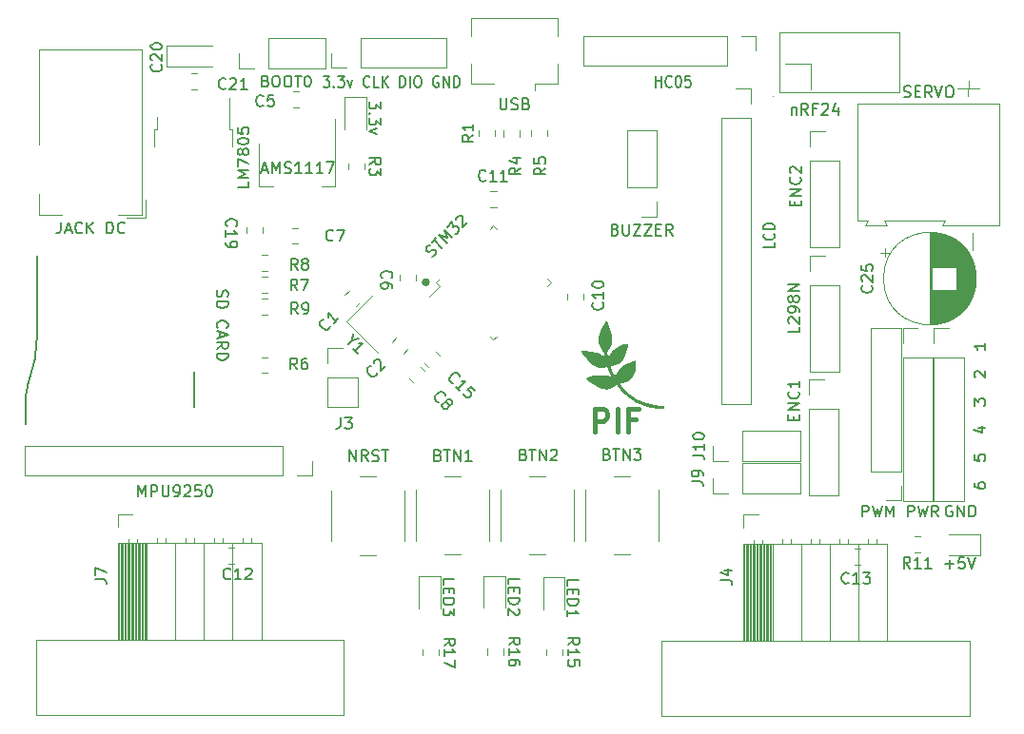
<source format=gbr>
%TF.GenerationSoftware,KiCad,Pcbnew,(5.99.0-3293-g62433736b)*%
%TF.CreationDate,2020-10-14T19:58:00+07:00*%
%TF.ProjectId,C21_board,4332315f-626f-4617-9264-2e6b69636164,rev?*%
%TF.SameCoordinates,Original*%
%TF.FileFunction,Legend,Top*%
%TF.FilePolarity,Positive*%
%FSLAX46Y46*%
G04 Gerber Fmt 4.6, Leading zero omitted, Abs format (unit mm)*
G04 Created by KiCad (PCBNEW (5.99.0-3293-g62433736b)) date 2020-10-14 19:58:00*
%MOMM*%
%LPD*%
G01*
G04 APERTURE LIST*
%ADD10C,0.150000*%
%ADD11C,0.400000*%
%ADD12C,0.120000*%
%ADD13C,0.127000*%
%ADD14C,0.300000*%
G04 APERTURE END LIST*
D10*
%TO.C,C5*%
X118683333Y-66637142D02*
X118635714Y-66684761D01*
X118492857Y-66732380D01*
X118397619Y-66732380D01*
X118254761Y-66684761D01*
X118159523Y-66589523D01*
X118111904Y-66494285D01*
X118064285Y-66303809D01*
X118064285Y-66160952D01*
X118111904Y-65970476D01*
X118159523Y-65875238D01*
X118254761Y-65780000D01*
X118397619Y-65732380D01*
X118492857Y-65732380D01*
X118635714Y-65780000D01*
X118683333Y-65827619D01*
X119588095Y-65732380D02*
X119111904Y-65732380D01*
X119064285Y-66208571D01*
X119111904Y-66160952D01*
X119207142Y-66113333D01*
X119445238Y-66113333D01*
X119540476Y-66160952D01*
X119588095Y-66208571D01*
X119635714Y-66303809D01*
X119635714Y-66541904D01*
X119588095Y-66637142D01*
X119540476Y-66684761D01*
X119445238Y-66732380D01*
X119207142Y-66732380D01*
X119111904Y-66684761D01*
X119064285Y-66637142D01*
%TO.C,C6*%
X129267857Y-82033333D02*
X129220238Y-81985714D01*
X129172619Y-81842857D01*
X129172619Y-81747619D01*
X129220238Y-81604761D01*
X129315476Y-81509523D01*
X129410714Y-81461904D01*
X129601190Y-81414285D01*
X129744047Y-81414285D01*
X129934523Y-81461904D01*
X130029761Y-81509523D01*
X130125000Y-81604761D01*
X130172619Y-81747619D01*
X130172619Y-81842857D01*
X130125000Y-81985714D01*
X130077380Y-82033333D01*
X130172619Y-82890476D02*
X130172619Y-82700000D01*
X130125000Y-82604761D01*
X130077380Y-82557142D01*
X129934523Y-82461904D01*
X129744047Y-82414285D01*
X129363095Y-82414285D01*
X129267857Y-82461904D01*
X129220238Y-82509523D01*
X129172619Y-82604761D01*
X129172619Y-82795238D01*
X129220238Y-82890476D01*
X129267857Y-82938095D01*
X129363095Y-82985714D01*
X129601190Y-82985714D01*
X129696428Y-82938095D01*
X129744047Y-82890476D01*
X129791666Y-82795238D01*
X129791666Y-82604761D01*
X129744047Y-82509523D01*
X129696428Y-82461904D01*
X129601190Y-82414285D01*
%TO.C,C7*%
X124893333Y-78622142D02*
X124845714Y-78669761D01*
X124702857Y-78717380D01*
X124607619Y-78717380D01*
X124464761Y-78669761D01*
X124369523Y-78574523D01*
X124321904Y-78479285D01*
X124274285Y-78288809D01*
X124274285Y-78145952D01*
X124321904Y-77955476D01*
X124369523Y-77860238D01*
X124464761Y-77765000D01*
X124607619Y-77717380D01*
X124702857Y-77717380D01*
X124845714Y-77765000D01*
X124893333Y-77812619D01*
X125226666Y-77717380D02*
X125893333Y-77717380D01*
X125464761Y-78717380D01*
%TO.C,C8*%
X134289610Y-93064687D02*
X134222267Y-93064687D01*
X134087580Y-92997343D01*
X134020236Y-92930000D01*
X133952893Y-92795312D01*
X133952893Y-92660625D01*
X133986564Y-92559610D01*
X134087580Y-92391251D01*
X134188595Y-92290236D01*
X134356954Y-92189221D01*
X134457969Y-92155549D01*
X134592656Y-92155549D01*
X134727343Y-92222893D01*
X134794687Y-92290236D01*
X134862030Y-92424923D01*
X134862030Y-92492267D01*
X135030389Y-93132030D02*
X134996717Y-93031015D01*
X134996717Y-92963671D01*
X135030389Y-92862656D01*
X135064061Y-92828984D01*
X135165076Y-92795312D01*
X135232419Y-92795312D01*
X135333435Y-92828984D01*
X135468122Y-92963671D01*
X135501793Y-93064687D01*
X135501793Y-93132030D01*
X135468122Y-93233045D01*
X135434450Y-93266717D01*
X135333435Y-93300389D01*
X135266091Y-93300389D01*
X135165076Y-93266717D01*
X135030389Y-93132030D01*
X134929374Y-93098358D01*
X134862030Y-93098358D01*
X134761015Y-93132030D01*
X134626328Y-93266717D01*
X134592656Y-93367732D01*
X134592656Y-93435076D01*
X134626328Y-93536091D01*
X134761015Y-93670778D01*
X134862030Y-93704450D01*
X134929374Y-93704450D01*
X135030389Y-93670778D01*
X135165076Y-93536091D01*
X135198748Y-93435076D01*
X135198748Y-93367732D01*
X135165076Y-93266717D01*
%TO.C,C10*%
X148867142Y-84222857D02*
X148914761Y-84270476D01*
X148962380Y-84413333D01*
X148962380Y-84508571D01*
X148914761Y-84651428D01*
X148819523Y-84746666D01*
X148724285Y-84794285D01*
X148533809Y-84841904D01*
X148390952Y-84841904D01*
X148200476Y-84794285D01*
X148105238Y-84746666D01*
X148010000Y-84651428D01*
X147962380Y-84508571D01*
X147962380Y-84413333D01*
X148010000Y-84270476D01*
X148057619Y-84222857D01*
X148962380Y-83270476D02*
X148962380Y-83841904D01*
X148962380Y-83556190D02*
X147962380Y-83556190D01*
X148105238Y-83651428D01*
X148200476Y-83746666D01*
X148248095Y-83841904D01*
X147962380Y-82651428D02*
X147962380Y-82556190D01*
X148010000Y-82460952D01*
X148057619Y-82413333D01*
X148152857Y-82365714D01*
X148343333Y-82318095D01*
X148581428Y-82318095D01*
X148771904Y-82365714D01*
X148867142Y-82413333D01*
X148914761Y-82460952D01*
X148962380Y-82556190D01*
X148962380Y-82651428D01*
X148914761Y-82746666D01*
X148867142Y-82794285D01*
X148771904Y-82841904D01*
X148581428Y-82889523D01*
X148343333Y-82889523D01*
X148152857Y-82841904D01*
X148057619Y-82794285D01*
X148010000Y-82746666D01*
X147962380Y-82651428D01*
%TO.C,C11*%
X138477142Y-73307142D02*
X138429523Y-73354761D01*
X138286666Y-73402380D01*
X138191428Y-73402380D01*
X138048571Y-73354761D01*
X137953333Y-73259523D01*
X137905714Y-73164285D01*
X137858095Y-72973809D01*
X137858095Y-72830952D01*
X137905714Y-72640476D01*
X137953333Y-72545238D01*
X138048571Y-72450000D01*
X138191428Y-72402380D01*
X138286666Y-72402380D01*
X138429523Y-72450000D01*
X138477142Y-72497619D01*
X139429523Y-73402380D02*
X138858095Y-73402380D01*
X139143809Y-73402380D02*
X139143809Y-72402380D01*
X139048571Y-72545238D01*
X138953333Y-72640476D01*
X138858095Y-72688095D01*
X140381904Y-73402380D02*
X139810476Y-73402380D01*
X140096190Y-73402380D02*
X140096190Y-72402380D01*
X140000952Y-72545238D01*
X139905714Y-72640476D01*
X139810476Y-72688095D01*
%TO.C,C12*%
X115767142Y-108772142D02*
X115719523Y-108819761D01*
X115576666Y-108867380D01*
X115481428Y-108867380D01*
X115338571Y-108819761D01*
X115243333Y-108724523D01*
X115195714Y-108629285D01*
X115148095Y-108438809D01*
X115148095Y-108295952D01*
X115195714Y-108105476D01*
X115243333Y-108010238D01*
X115338571Y-107915000D01*
X115481428Y-107867380D01*
X115576666Y-107867380D01*
X115719523Y-107915000D01*
X115767142Y-107962619D01*
X116719523Y-108867380D02*
X116148095Y-108867380D01*
X116433809Y-108867380D02*
X116433809Y-107867380D01*
X116338571Y-108010238D01*
X116243333Y-108105476D01*
X116148095Y-108153095D01*
X117100476Y-107962619D02*
X117148095Y-107915000D01*
X117243333Y-107867380D01*
X117481428Y-107867380D01*
X117576666Y-107915000D01*
X117624285Y-107962619D01*
X117671904Y-108057857D01*
X117671904Y-108153095D01*
X117624285Y-108295952D01*
X117052857Y-108867380D01*
X117671904Y-108867380D01*
%TO.C,C15*%
X135592894Y-91367969D02*
X135525550Y-91367969D01*
X135390863Y-91300625D01*
X135323520Y-91233282D01*
X135256176Y-91098595D01*
X135256176Y-90963908D01*
X135289848Y-90862893D01*
X135390863Y-90694534D01*
X135491878Y-90593519D01*
X135660237Y-90492503D01*
X135761252Y-90458832D01*
X135895939Y-90458832D01*
X136030626Y-90526175D01*
X136097970Y-90593519D01*
X136165313Y-90728206D01*
X136165313Y-90795549D01*
X136198985Y-92108748D02*
X135794924Y-91704687D01*
X135996955Y-91906717D02*
X136704062Y-91199610D01*
X136535703Y-91233282D01*
X136401016Y-91233282D01*
X136300001Y-91199610D01*
X137545855Y-92041404D02*
X137209138Y-91704687D01*
X136838749Y-92007732D01*
X136906092Y-92007732D01*
X137007107Y-92041404D01*
X137175466Y-92209763D01*
X137209138Y-92310778D01*
X137209138Y-92378122D01*
X137175466Y-92479137D01*
X137007107Y-92647496D01*
X136906092Y-92681167D01*
X136838749Y-92681167D01*
X136737733Y-92647496D01*
X136569375Y-92479137D01*
X136535703Y-92378122D01*
X136535703Y-92310778D01*
%TO.C,3.3v*%
X129107619Y-66336428D02*
X129107619Y-66955476D01*
X128726666Y-66622142D01*
X128726666Y-66765000D01*
X128679047Y-66860238D01*
X128631428Y-66907857D01*
X128536190Y-66955476D01*
X128298095Y-66955476D01*
X128202857Y-66907857D01*
X128155238Y-66860238D01*
X128107619Y-66765000D01*
X128107619Y-66479285D01*
X128155238Y-66384047D01*
X128202857Y-66336428D01*
X128202857Y-67384047D02*
X128155238Y-67431666D01*
X128107619Y-67384047D01*
X128155238Y-67336428D01*
X128202857Y-67384047D01*
X128107619Y-67384047D01*
X129107619Y-67765000D02*
X129107619Y-68384047D01*
X128726666Y-68050714D01*
X128726666Y-68193571D01*
X128679047Y-68288809D01*
X128631428Y-68336428D01*
X128536190Y-68384047D01*
X128298095Y-68384047D01*
X128202857Y-68336428D01*
X128155238Y-68288809D01*
X128107619Y-68193571D01*
X128107619Y-67907857D01*
X128155238Y-67812619D01*
X128202857Y-67765000D01*
X128774285Y-68717380D02*
X128107619Y-68955476D01*
X128774285Y-69193571D01*
%TO.C,BOOT0*%
X118876666Y-64478571D02*
X119019523Y-64526190D01*
X119067142Y-64573809D01*
X119114761Y-64669047D01*
X119114761Y-64811904D01*
X119067142Y-64907142D01*
X119019523Y-64954761D01*
X118924285Y-65002380D01*
X118543333Y-65002380D01*
X118543333Y-64002380D01*
X118876666Y-64002380D01*
X118971904Y-64050000D01*
X119019523Y-64097619D01*
X119067142Y-64192857D01*
X119067142Y-64288095D01*
X119019523Y-64383333D01*
X118971904Y-64430952D01*
X118876666Y-64478571D01*
X118543333Y-64478571D01*
X119733809Y-64002380D02*
X119924285Y-64002380D01*
X120019523Y-64050000D01*
X120114761Y-64145238D01*
X120162380Y-64335714D01*
X120162380Y-64669047D01*
X120114761Y-64859523D01*
X120019523Y-64954761D01*
X119924285Y-65002380D01*
X119733809Y-65002380D01*
X119638571Y-64954761D01*
X119543333Y-64859523D01*
X119495714Y-64669047D01*
X119495714Y-64335714D01*
X119543333Y-64145238D01*
X119638571Y-64050000D01*
X119733809Y-64002380D01*
X120781428Y-64002380D02*
X120971904Y-64002380D01*
X121067142Y-64050000D01*
X121162380Y-64145238D01*
X121210000Y-64335714D01*
X121210000Y-64669047D01*
X121162380Y-64859523D01*
X121067142Y-64954761D01*
X120971904Y-65002380D01*
X120781428Y-65002380D01*
X120686190Y-64954761D01*
X120590952Y-64859523D01*
X120543333Y-64669047D01*
X120543333Y-64335714D01*
X120590952Y-64145238D01*
X120686190Y-64050000D01*
X120781428Y-64002380D01*
X121495714Y-64002380D02*
X122067142Y-64002380D01*
X121781428Y-65002380D02*
X121781428Y-64002380D01*
X122590952Y-64002380D02*
X122686190Y-64002380D01*
X122781428Y-64050000D01*
X122829047Y-64097619D01*
X122876666Y-64192857D01*
X122924285Y-64383333D01*
X122924285Y-64621428D01*
X122876666Y-64811904D01*
X122829047Y-64907142D01*
X122781428Y-64954761D01*
X122686190Y-65002380D01*
X122590952Y-65002380D01*
X122495714Y-64954761D01*
X122448095Y-64907142D01*
X122400476Y-64811904D01*
X122352857Y-64621428D01*
X122352857Y-64383333D01*
X122400476Y-64192857D01*
X122448095Y-64097619D01*
X122495714Y-64050000D01*
X122590952Y-64002380D01*
%TO.C,MPU9250*%
X107568095Y-101487380D02*
X107568095Y-100487380D01*
X107901428Y-101201666D01*
X108234761Y-100487380D01*
X108234761Y-101487380D01*
X108710952Y-101487380D02*
X108710952Y-100487380D01*
X109091904Y-100487380D01*
X109187142Y-100535000D01*
X109234761Y-100582619D01*
X109282380Y-100677857D01*
X109282380Y-100820714D01*
X109234761Y-100915952D01*
X109187142Y-100963571D01*
X109091904Y-101011190D01*
X108710952Y-101011190D01*
X109710952Y-100487380D02*
X109710952Y-101296904D01*
X109758571Y-101392142D01*
X109806190Y-101439761D01*
X109901428Y-101487380D01*
X110091904Y-101487380D01*
X110187142Y-101439761D01*
X110234761Y-101392142D01*
X110282380Y-101296904D01*
X110282380Y-100487380D01*
X110806190Y-101487380D02*
X110996666Y-101487380D01*
X111091904Y-101439761D01*
X111139523Y-101392142D01*
X111234761Y-101249285D01*
X111282380Y-101058809D01*
X111282380Y-100677857D01*
X111234761Y-100582619D01*
X111187142Y-100535000D01*
X111091904Y-100487380D01*
X110901428Y-100487380D01*
X110806190Y-100535000D01*
X110758571Y-100582619D01*
X110710952Y-100677857D01*
X110710952Y-100915952D01*
X110758571Y-101011190D01*
X110806190Y-101058809D01*
X110901428Y-101106428D01*
X111091904Y-101106428D01*
X111187142Y-101058809D01*
X111234761Y-101011190D01*
X111282380Y-100915952D01*
X111663333Y-100582619D02*
X111710952Y-100535000D01*
X111806190Y-100487380D01*
X112044285Y-100487380D01*
X112139523Y-100535000D01*
X112187142Y-100582619D01*
X112234761Y-100677857D01*
X112234761Y-100773095D01*
X112187142Y-100915952D01*
X111615714Y-101487380D01*
X112234761Y-101487380D01*
X113139523Y-100487380D02*
X112663333Y-100487380D01*
X112615714Y-100963571D01*
X112663333Y-100915952D01*
X112758571Y-100868333D01*
X112996666Y-100868333D01*
X113091904Y-100915952D01*
X113139523Y-100963571D01*
X113187142Y-101058809D01*
X113187142Y-101296904D01*
X113139523Y-101392142D01*
X113091904Y-101439761D01*
X112996666Y-101487380D01*
X112758571Y-101487380D01*
X112663333Y-101439761D01*
X112615714Y-101392142D01*
X113806190Y-100487380D02*
X113901428Y-100487380D01*
X113996666Y-100535000D01*
X114044285Y-100582619D01*
X114091904Y-100677857D01*
X114139523Y-100868333D01*
X114139523Y-101106428D01*
X114091904Y-101296904D01*
X114044285Y-101392142D01*
X113996666Y-101439761D01*
X113901428Y-101487380D01*
X113806190Y-101487380D01*
X113710952Y-101439761D01*
X113663333Y-101392142D01*
X113615714Y-101296904D01*
X113568095Y-101106428D01*
X113568095Y-100868333D01*
X113615714Y-100677857D01*
X113663333Y-100582619D01*
X113710952Y-100535000D01*
X113806190Y-100487380D01*
%TO.C,J4*%
X159397380Y-108938333D02*
X160111666Y-108938333D01*
X160254523Y-108985952D01*
X160349761Y-109081190D01*
X160397380Y-109224047D01*
X160397380Y-109319285D01*
X159730714Y-108033571D02*
X160397380Y-108033571D01*
X159349761Y-108271666D02*
X160064047Y-108509761D01*
X160064047Y-107890714D01*
%TO.C,3.3v CLK DIO GND*%
X124039285Y-64027380D02*
X124596428Y-64027380D01*
X124296428Y-64408333D01*
X124425000Y-64408333D01*
X124510714Y-64455952D01*
X124553571Y-64503571D01*
X124596428Y-64598809D01*
X124596428Y-64836904D01*
X124553571Y-64932142D01*
X124510714Y-64979761D01*
X124425000Y-65027380D01*
X124167857Y-65027380D01*
X124082142Y-64979761D01*
X124039285Y-64932142D01*
X124982142Y-64932142D02*
X125025000Y-64979761D01*
X124982142Y-65027380D01*
X124939285Y-64979761D01*
X124982142Y-64932142D01*
X124982142Y-65027380D01*
X125325000Y-64027380D02*
X125882142Y-64027380D01*
X125582142Y-64408333D01*
X125710714Y-64408333D01*
X125796428Y-64455952D01*
X125839285Y-64503571D01*
X125882142Y-64598809D01*
X125882142Y-64836904D01*
X125839285Y-64932142D01*
X125796428Y-64979761D01*
X125710714Y-65027380D01*
X125453571Y-65027380D01*
X125367857Y-64979761D01*
X125325000Y-64932142D01*
X126182142Y-64360714D02*
X126396428Y-65027380D01*
X126610714Y-64360714D01*
X128153571Y-64932142D02*
X128110714Y-64979761D01*
X127982142Y-65027380D01*
X127896428Y-65027380D01*
X127767857Y-64979761D01*
X127682142Y-64884523D01*
X127639285Y-64789285D01*
X127596428Y-64598809D01*
X127596428Y-64455952D01*
X127639285Y-64265476D01*
X127682142Y-64170238D01*
X127767857Y-64075000D01*
X127896428Y-64027380D01*
X127982142Y-64027380D01*
X128110714Y-64075000D01*
X128153571Y-64122619D01*
X128967857Y-65027380D02*
X128539285Y-65027380D01*
X128539285Y-64027380D01*
X129267857Y-65027380D02*
X129267857Y-64027380D01*
X129782142Y-65027380D02*
X129396428Y-64455952D01*
X129782142Y-64027380D02*
X129267857Y-64598809D01*
X130853571Y-65027380D02*
X130853571Y-64027380D01*
X131067857Y-64027380D01*
X131196428Y-64075000D01*
X131282142Y-64170238D01*
X131325000Y-64265476D01*
X131367857Y-64455952D01*
X131367857Y-64598809D01*
X131325000Y-64789285D01*
X131282142Y-64884523D01*
X131196428Y-64979761D01*
X131067857Y-65027380D01*
X130853571Y-65027380D01*
X131753571Y-65027380D02*
X131753571Y-64027380D01*
X132353571Y-64027380D02*
X132525000Y-64027380D01*
X132610714Y-64075000D01*
X132696428Y-64170238D01*
X132739285Y-64360714D01*
X132739285Y-64694047D01*
X132696428Y-64884523D01*
X132610714Y-64979761D01*
X132525000Y-65027380D01*
X132353571Y-65027380D01*
X132267857Y-64979761D01*
X132182142Y-64884523D01*
X132139285Y-64694047D01*
X132139285Y-64360714D01*
X132182142Y-64170238D01*
X132267857Y-64075000D01*
X132353571Y-64027380D01*
X134282142Y-64075000D02*
X134196428Y-64027380D01*
X134067857Y-64027380D01*
X133939285Y-64075000D01*
X133853571Y-64170238D01*
X133810714Y-64265476D01*
X133767857Y-64455952D01*
X133767857Y-64598809D01*
X133810714Y-64789285D01*
X133853571Y-64884523D01*
X133939285Y-64979761D01*
X134067857Y-65027380D01*
X134153571Y-65027380D01*
X134282142Y-64979761D01*
X134325000Y-64932142D01*
X134325000Y-64598809D01*
X134153571Y-64598809D01*
X134710714Y-65027380D02*
X134710714Y-64027380D01*
X135225000Y-65027380D01*
X135225000Y-64027380D01*
X135653571Y-65027380D02*
X135653571Y-64027380D01*
X135867857Y-64027380D01*
X135996428Y-64075000D01*
X136082142Y-64170238D01*
X136125000Y-64265476D01*
X136167857Y-64455952D01*
X136167857Y-64598809D01*
X136125000Y-64789285D01*
X136082142Y-64884523D01*
X135996428Y-64979761D01*
X135867857Y-65027380D01*
X135653571Y-65027380D01*
%TO.C,HC05*%
X153565714Y-65027380D02*
X153565714Y-64027380D01*
X153565714Y-64503571D02*
X154080000Y-64503571D01*
X154080000Y-65027380D02*
X154080000Y-64027380D01*
X155022857Y-64932142D02*
X154980000Y-64979761D01*
X154851428Y-65027380D01*
X154765714Y-65027380D01*
X154637142Y-64979761D01*
X154551428Y-64884523D01*
X154508571Y-64789285D01*
X154465714Y-64598809D01*
X154465714Y-64455952D01*
X154508571Y-64265476D01*
X154551428Y-64170238D01*
X154637142Y-64075000D01*
X154765714Y-64027380D01*
X154851428Y-64027380D01*
X154980000Y-64075000D01*
X155022857Y-64122619D01*
X155580000Y-64027380D02*
X155665714Y-64027380D01*
X155751428Y-64075000D01*
X155794285Y-64122619D01*
X155837142Y-64217857D01*
X155880000Y-64408333D01*
X155880000Y-64646428D01*
X155837142Y-64836904D01*
X155794285Y-64932142D01*
X155751428Y-64979761D01*
X155665714Y-65027380D01*
X155580000Y-65027380D01*
X155494285Y-64979761D01*
X155451428Y-64932142D01*
X155408571Y-64836904D01*
X155365714Y-64646428D01*
X155365714Y-64408333D01*
X155408571Y-64217857D01*
X155451428Y-64122619D01*
X155494285Y-64075000D01*
X155580000Y-64027380D01*
X156694285Y-64027380D02*
X156265714Y-64027380D01*
X156222857Y-64503571D01*
X156265714Y-64455952D01*
X156351428Y-64408333D01*
X156565714Y-64408333D01*
X156651428Y-64455952D01*
X156694285Y-64503571D01*
X156737142Y-64598809D01*
X156737142Y-64836904D01*
X156694285Y-64932142D01*
X156651428Y-64979761D01*
X156565714Y-65027380D01*
X156351428Y-65027380D01*
X156265714Y-64979761D01*
X156222857Y-64932142D01*
%TO.C,J7*%
X103757380Y-108863333D02*
X104471666Y-108863333D01*
X104614523Y-108910952D01*
X104709761Y-109006190D01*
X104757380Y-109149047D01*
X104757380Y-109244285D01*
X103757380Y-108482380D02*
X103757380Y-107815714D01*
X104757380Y-108244285D01*
%TO.C,LCD*%
X164202380Y-78871428D02*
X164202380Y-79300000D01*
X163202380Y-79300000D01*
X164107142Y-78057142D02*
X164154761Y-78100000D01*
X164202380Y-78228571D01*
X164202380Y-78314285D01*
X164154761Y-78442857D01*
X164059523Y-78528571D01*
X163964285Y-78571428D01*
X163773809Y-78614285D01*
X163630952Y-78614285D01*
X163440476Y-78571428D01*
X163345238Y-78528571D01*
X163250000Y-78442857D01*
X163202380Y-78314285D01*
X163202380Y-78228571D01*
X163250000Y-78100000D01*
X163297619Y-78057142D01*
X164202380Y-77671428D02*
X163202380Y-77671428D01*
X163202380Y-77457142D01*
X163250000Y-77328571D01*
X163345238Y-77242857D01*
X163440476Y-77200000D01*
X163630952Y-77157142D01*
X163773809Y-77157142D01*
X163964285Y-77200000D01*
X164059523Y-77242857D01*
X164154761Y-77328571D01*
X164202380Y-77457142D01*
X164202380Y-77671428D01*
%TO.C,SD CARD*%
X114595034Y-83128201D02*
X114547391Y-83271131D01*
X114547391Y-83509346D01*
X114595034Y-83604632D01*
X114642677Y-83652275D01*
X114737963Y-83699918D01*
X114833249Y-83699918D01*
X114928535Y-83652275D01*
X114976178Y-83604632D01*
X115023821Y-83509346D01*
X115071464Y-83318774D01*
X115119107Y-83223488D01*
X115166750Y-83175844D01*
X115262036Y-83128201D01*
X115357322Y-83128201D01*
X115452608Y-83175844D01*
X115500252Y-83223488D01*
X115547895Y-83318774D01*
X115547895Y-83556989D01*
X115500252Y-83699918D01*
X114547391Y-84128705D02*
X115547895Y-84128705D01*
X115547895Y-84366921D01*
X115500252Y-84509850D01*
X115404965Y-84605136D01*
X115309679Y-84652779D01*
X115119107Y-84700422D01*
X114976178Y-84700422D01*
X114785606Y-84652779D01*
X114690320Y-84605136D01*
X114595034Y-84509850D01*
X114547391Y-84366921D01*
X114547391Y-84128705D01*
X114642677Y-86463215D02*
X114595034Y-86415572D01*
X114547391Y-86272643D01*
X114547391Y-86177356D01*
X114595034Y-86034427D01*
X114690320Y-85939141D01*
X114785606Y-85891498D01*
X114976178Y-85843855D01*
X115119107Y-85843855D01*
X115309679Y-85891498D01*
X115404965Y-85939141D01*
X115500252Y-86034427D01*
X115547895Y-86177356D01*
X115547895Y-86272643D01*
X115500252Y-86415572D01*
X115452608Y-86463215D01*
X114833249Y-86844359D02*
X114833249Y-87320790D01*
X114547391Y-86749073D02*
X115547895Y-87082574D01*
X114547391Y-87416076D01*
X114547391Y-88321294D02*
X115023821Y-87987792D01*
X114547391Y-87749577D02*
X115547895Y-87749577D01*
X115547895Y-88130721D01*
X115500252Y-88226008D01*
X115452608Y-88273651D01*
X115357322Y-88321294D01*
X115214393Y-88321294D01*
X115119107Y-88273651D01*
X115071464Y-88226008D01*
X115023821Y-88130721D01*
X115023821Y-87749577D01*
X114547391Y-88750081D02*
X115547895Y-88750081D01*
X115547895Y-88988296D01*
X115500252Y-89131225D01*
X115404965Y-89226512D01*
X115309679Y-89274155D01*
X115119107Y-89321798D01*
X114976178Y-89321798D01*
X114785606Y-89274155D01*
X114690320Y-89226512D01*
X114595034Y-89131225D01*
X114547391Y-88988296D01*
X114547391Y-88750081D01*
%TO.C,R1*%
X137377380Y-69286666D02*
X136901190Y-69620000D01*
X137377380Y-69858095D02*
X136377380Y-69858095D01*
X136377380Y-69477142D01*
X136425000Y-69381904D01*
X136472619Y-69334285D01*
X136567857Y-69286666D01*
X136710714Y-69286666D01*
X136805952Y-69334285D01*
X136853571Y-69381904D01*
X136901190Y-69477142D01*
X136901190Y-69858095D01*
X137377380Y-68334285D02*
X137377380Y-68905714D01*
X137377380Y-68620000D02*
X136377380Y-68620000D01*
X136520238Y-68715238D01*
X136615476Y-68810476D01*
X136663095Y-68905714D01*
%TO.C,R3*%
X128147619Y-71924583D02*
X128623809Y-71591250D01*
X128147619Y-71353154D02*
X129147619Y-71353154D01*
X129147619Y-71734107D01*
X129100000Y-71829345D01*
X129052380Y-71876964D01*
X128957142Y-71924583D01*
X128814285Y-71924583D01*
X128719047Y-71876964D01*
X128671428Y-71829345D01*
X128623809Y-71734107D01*
X128623809Y-71353154D01*
X129147619Y-72257916D02*
X129147619Y-72876964D01*
X128766666Y-72543630D01*
X128766666Y-72686488D01*
X128719047Y-72781726D01*
X128671428Y-72829345D01*
X128576190Y-72876964D01*
X128338095Y-72876964D01*
X128242857Y-72829345D01*
X128195238Y-72781726D01*
X128147619Y-72686488D01*
X128147619Y-72400773D01*
X128195238Y-72305535D01*
X128242857Y-72257916D01*
%TO.C,R4*%
X141572380Y-72221666D02*
X141096190Y-72555000D01*
X141572380Y-72793095D02*
X140572380Y-72793095D01*
X140572380Y-72412142D01*
X140620000Y-72316904D01*
X140667619Y-72269285D01*
X140762857Y-72221666D01*
X140905714Y-72221666D01*
X141000952Y-72269285D01*
X141048571Y-72316904D01*
X141096190Y-72412142D01*
X141096190Y-72793095D01*
X140905714Y-71364523D02*
X141572380Y-71364523D01*
X140524761Y-71602619D02*
X141239047Y-71840714D01*
X141239047Y-71221666D01*
%TO.C,R5*%
X143802380Y-72231666D02*
X143326190Y-72565000D01*
X143802380Y-72803095D02*
X142802380Y-72803095D01*
X142802380Y-72422142D01*
X142850000Y-72326904D01*
X142897619Y-72279285D01*
X142992857Y-72231666D01*
X143135714Y-72231666D01*
X143230952Y-72279285D01*
X143278571Y-72326904D01*
X143326190Y-72422142D01*
X143326190Y-72803095D01*
X142802380Y-71326904D02*
X142802380Y-71803095D01*
X143278571Y-71850714D01*
X143230952Y-71803095D01*
X143183333Y-71707857D01*
X143183333Y-71469761D01*
X143230952Y-71374523D01*
X143278571Y-71326904D01*
X143373809Y-71279285D01*
X143611904Y-71279285D01*
X143707142Y-71326904D01*
X143754761Y-71374523D01*
X143802380Y-71469761D01*
X143802380Y-71707857D01*
X143754761Y-71803095D01*
X143707142Y-71850714D01*
%TO.C,R6*%
X121693333Y-90152380D02*
X121360000Y-89676190D01*
X121121904Y-90152380D02*
X121121904Y-89152380D01*
X121502857Y-89152380D01*
X121598095Y-89200000D01*
X121645714Y-89247619D01*
X121693333Y-89342857D01*
X121693333Y-89485714D01*
X121645714Y-89580952D01*
X121598095Y-89628571D01*
X121502857Y-89676190D01*
X121121904Y-89676190D01*
X122550476Y-89152380D02*
X122360000Y-89152380D01*
X122264761Y-89200000D01*
X122217142Y-89247619D01*
X122121904Y-89390476D01*
X122074285Y-89580952D01*
X122074285Y-89961904D01*
X122121904Y-90057142D01*
X122169523Y-90104761D01*
X122264761Y-90152380D01*
X122455238Y-90152380D01*
X122550476Y-90104761D01*
X122598095Y-90057142D01*
X122645714Y-89961904D01*
X122645714Y-89723809D01*
X122598095Y-89628571D01*
X122550476Y-89580952D01*
X122455238Y-89533333D01*
X122264761Y-89533333D01*
X122169523Y-89580952D01*
X122121904Y-89628571D01*
X122074285Y-89723809D01*
%TO.C,R7*%
X121723333Y-83122380D02*
X121390000Y-82646190D01*
X121151904Y-83122380D02*
X121151904Y-82122380D01*
X121532857Y-82122380D01*
X121628095Y-82170000D01*
X121675714Y-82217619D01*
X121723333Y-82312857D01*
X121723333Y-82455714D01*
X121675714Y-82550952D01*
X121628095Y-82598571D01*
X121532857Y-82646190D01*
X121151904Y-82646190D01*
X122056666Y-82122380D02*
X122723333Y-82122380D01*
X122294761Y-83122380D01*
%TO.C,R8*%
X121748333Y-81312380D02*
X121415000Y-80836190D01*
X121176904Y-81312380D02*
X121176904Y-80312380D01*
X121557857Y-80312380D01*
X121653095Y-80360000D01*
X121700714Y-80407619D01*
X121748333Y-80502857D01*
X121748333Y-80645714D01*
X121700714Y-80740952D01*
X121653095Y-80788571D01*
X121557857Y-80836190D01*
X121176904Y-80836190D01*
X122319761Y-80740952D02*
X122224523Y-80693333D01*
X122176904Y-80645714D01*
X122129285Y-80550476D01*
X122129285Y-80502857D01*
X122176904Y-80407619D01*
X122224523Y-80360000D01*
X122319761Y-80312380D01*
X122510238Y-80312380D01*
X122605476Y-80360000D01*
X122653095Y-80407619D01*
X122700714Y-80502857D01*
X122700714Y-80550476D01*
X122653095Y-80645714D01*
X122605476Y-80693333D01*
X122510238Y-80740952D01*
X122319761Y-80740952D01*
X122224523Y-80788571D01*
X122176904Y-80836190D01*
X122129285Y-80931428D01*
X122129285Y-81121904D01*
X122176904Y-81217142D01*
X122224523Y-81264761D01*
X122319761Y-81312380D01*
X122510238Y-81312380D01*
X122605476Y-81264761D01*
X122653095Y-81217142D01*
X122700714Y-81121904D01*
X122700714Y-80931428D01*
X122653095Y-80836190D01*
X122605476Y-80788571D01*
X122510238Y-80740952D01*
%TO.C,R9*%
X121768333Y-85222380D02*
X121435000Y-84746190D01*
X121196904Y-85222380D02*
X121196904Y-84222380D01*
X121577857Y-84222380D01*
X121673095Y-84270000D01*
X121720714Y-84317619D01*
X121768333Y-84412857D01*
X121768333Y-84555714D01*
X121720714Y-84650952D01*
X121673095Y-84698571D01*
X121577857Y-84746190D01*
X121196904Y-84746190D01*
X122244523Y-85222380D02*
X122435000Y-85222380D01*
X122530238Y-85174761D01*
X122577857Y-85127142D01*
X122673095Y-84984285D01*
X122720714Y-84793809D01*
X122720714Y-84412857D01*
X122673095Y-84317619D01*
X122625476Y-84270000D01*
X122530238Y-84222380D01*
X122339761Y-84222380D01*
X122244523Y-84270000D01*
X122196904Y-84317619D01*
X122149285Y-84412857D01*
X122149285Y-84650952D01*
X122196904Y-84746190D01*
X122244523Y-84793809D01*
X122339761Y-84841428D01*
X122530238Y-84841428D01*
X122625476Y-84793809D01*
X122673095Y-84746190D01*
X122720714Y-84650952D01*
%TO.C,AMS1117*%
X118584523Y-72416666D02*
X119060714Y-72416666D01*
X118489285Y-72702380D02*
X118822619Y-71702380D01*
X119155952Y-72702380D01*
X119489285Y-72702380D02*
X119489285Y-71702380D01*
X119822619Y-72416666D01*
X120155952Y-71702380D01*
X120155952Y-72702380D01*
X120584523Y-72654761D02*
X120727380Y-72702380D01*
X120965476Y-72702380D01*
X121060714Y-72654761D01*
X121108333Y-72607142D01*
X121155952Y-72511904D01*
X121155952Y-72416666D01*
X121108333Y-72321428D01*
X121060714Y-72273809D01*
X120965476Y-72226190D01*
X120775000Y-72178571D01*
X120679761Y-72130952D01*
X120632142Y-72083333D01*
X120584523Y-71988095D01*
X120584523Y-71892857D01*
X120632142Y-71797619D01*
X120679761Y-71750000D01*
X120775000Y-71702380D01*
X121013095Y-71702380D01*
X121155952Y-71750000D01*
X122108333Y-72702380D02*
X121536904Y-72702380D01*
X121822619Y-72702380D02*
X121822619Y-71702380D01*
X121727380Y-71845238D01*
X121632142Y-71940476D01*
X121536904Y-71988095D01*
X123060714Y-72702380D02*
X122489285Y-72702380D01*
X122775000Y-72702380D02*
X122775000Y-71702380D01*
X122679761Y-71845238D01*
X122584523Y-71940476D01*
X122489285Y-71988095D01*
X124013095Y-72702380D02*
X123441666Y-72702380D01*
X123727380Y-72702380D02*
X123727380Y-71702380D01*
X123632142Y-71845238D01*
X123536904Y-71940476D01*
X123441666Y-71988095D01*
X124346428Y-71702380D02*
X125013095Y-71702380D01*
X124584523Y-72702380D01*
%TO.C,nRF24*%
X165679761Y-66810714D02*
X165679761Y-67477380D01*
X165679761Y-66905952D02*
X165727380Y-66858333D01*
X165822619Y-66810714D01*
X165965476Y-66810714D01*
X166060714Y-66858333D01*
X166108333Y-66953571D01*
X166108333Y-67477380D01*
X167155952Y-67477380D02*
X166822619Y-67001190D01*
X166584523Y-67477380D02*
X166584523Y-66477380D01*
X166965476Y-66477380D01*
X167060714Y-66525000D01*
X167108333Y-66572619D01*
X167155952Y-66667857D01*
X167155952Y-66810714D01*
X167108333Y-66905952D01*
X167060714Y-66953571D01*
X166965476Y-67001190D01*
X166584523Y-67001190D01*
X167917857Y-66953571D02*
X167584523Y-66953571D01*
X167584523Y-67477380D02*
X167584523Y-66477380D01*
X168060714Y-66477380D01*
X168394047Y-66572619D02*
X168441666Y-66525000D01*
X168536904Y-66477380D01*
X168775000Y-66477380D01*
X168870238Y-66525000D01*
X168917857Y-66572619D01*
X168965476Y-66667857D01*
X168965476Y-66763095D01*
X168917857Y-66905952D01*
X168346428Y-67477380D01*
X168965476Y-67477380D01*
X169822619Y-66810714D02*
X169822619Y-67477380D01*
X169584523Y-66429761D02*
X169346428Y-67144047D01*
X169965476Y-67144047D01*
%TO.C,STM32*%
X133750734Y-80123535D02*
X133885421Y-80056191D01*
X134053780Y-79887833D01*
X134087451Y-79786817D01*
X134087451Y-79719474D01*
X134053780Y-79618459D01*
X133986436Y-79551115D01*
X133885421Y-79517443D01*
X133818077Y-79517443D01*
X133717062Y-79551115D01*
X133548703Y-79652130D01*
X133447688Y-79685802D01*
X133380345Y-79685802D01*
X133279329Y-79652130D01*
X133211986Y-79584787D01*
X133178314Y-79483772D01*
X133178314Y-79416428D01*
X133211986Y-79315413D01*
X133380345Y-79147054D01*
X133515032Y-79079711D01*
X133683390Y-78844008D02*
X134087451Y-78439947D01*
X134592528Y-79349085D02*
X133885421Y-78641978D01*
X135030260Y-78911352D02*
X134323154Y-78204245D01*
X135063932Y-78473619D01*
X134794558Y-77732841D01*
X135501665Y-78439947D01*
X135063932Y-77463467D02*
X135501665Y-77025734D01*
X135535337Y-77530810D01*
X135636352Y-77429795D01*
X135737367Y-77396123D01*
X135804711Y-77396123D01*
X135905726Y-77429795D01*
X136074085Y-77598154D01*
X136107756Y-77699169D01*
X136107756Y-77766512D01*
X136074085Y-77867528D01*
X135872054Y-78069558D01*
X135771039Y-78103230D01*
X135703695Y-78103230D01*
X135838382Y-76823703D02*
X135838382Y-76756360D01*
X135872054Y-76655345D01*
X136040413Y-76486986D01*
X136141428Y-76453314D01*
X136208772Y-76453314D01*
X136309787Y-76486986D01*
X136377130Y-76554329D01*
X136444474Y-76689016D01*
X136444474Y-77497138D01*
X136882207Y-77059406D01*
%TO.C,Y1*%
X126560118Y-87556446D02*
X126223400Y-87893164D01*
X126694805Y-86950355D02*
X126560118Y-87556446D01*
X127166209Y-87421759D01*
X127065194Y-88734957D02*
X126661133Y-88330896D01*
X126863164Y-88532927D02*
X127570270Y-87825820D01*
X127401912Y-87859492D01*
X127267225Y-87859492D01*
X127166209Y-87825820D01*
%TO.C,C19*%
X115472857Y-77402142D02*
X115425238Y-77354523D01*
X115377619Y-77211666D01*
X115377619Y-77116428D01*
X115425238Y-76973571D01*
X115520476Y-76878333D01*
X115615714Y-76830714D01*
X115806190Y-76783095D01*
X115949047Y-76783095D01*
X116139523Y-76830714D01*
X116234761Y-76878333D01*
X116330000Y-76973571D01*
X116377619Y-77116428D01*
X116377619Y-77211666D01*
X116330000Y-77354523D01*
X116282380Y-77402142D01*
X115377619Y-78354523D02*
X115377619Y-77783095D01*
X115377619Y-78068809D02*
X116377619Y-78068809D01*
X116234761Y-77973571D01*
X116139523Y-77878333D01*
X116091904Y-77783095D01*
X115377619Y-78830714D02*
X115377619Y-79021190D01*
X115425238Y-79116428D01*
X115472857Y-79164047D01*
X115615714Y-79259285D01*
X115806190Y-79306904D01*
X116187142Y-79306904D01*
X116282380Y-79259285D01*
X116330000Y-79211666D01*
X116377619Y-79116428D01*
X116377619Y-78925952D01*
X116330000Y-78830714D01*
X116282380Y-78783095D01*
X116187142Y-78735476D01*
X115949047Y-78735476D01*
X115853809Y-78783095D01*
X115806190Y-78830714D01*
X115758571Y-78925952D01*
X115758571Y-79116428D01*
X115806190Y-79211666D01*
X115853809Y-79259285D01*
X115949047Y-79306904D01*
%TO.C,LED1*%
X145747619Y-109405952D02*
X145747619Y-108929761D01*
X146747619Y-108929761D01*
X146271428Y-109739285D02*
X146271428Y-110072619D01*
X145747619Y-110215476D02*
X145747619Y-109739285D01*
X146747619Y-109739285D01*
X146747619Y-110215476D01*
X145747619Y-110644047D02*
X146747619Y-110644047D01*
X146747619Y-110882142D01*
X146700000Y-111025000D01*
X146604761Y-111120238D01*
X146509523Y-111167857D01*
X146319047Y-111215476D01*
X146176190Y-111215476D01*
X145985714Y-111167857D01*
X145890476Y-111120238D01*
X145795238Y-111025000D01*
X145747619Y-110882142D01*
X145747619Y-110644047D01*
X145747619Y-112167857D02*
X145747619Y-111596428D01*
X145747619Y-111882142D02*
X146747619Y-111882142D01*
X146604761Y-111786904D01*
X146509523Y-111691666D01*
X146461904Y-111596428D01*
%TO.C,LED2*%
X140477619Y-109285952D02*
X140477619Y-108809761D01*
X141477619Y-108809761D01*
X141001428Y-109619285D02*
X141001428Y-109952619D01*
X140477619Y-110095476D02*
X140477619Y-109619285D01*
X141477619Y-109619285D01*
X141477619Y-110095476D01*
X140477619Y-110524047D02*
X141477619Y-110524047D01*
X141477619Y-110762142D01*
X141430000Y-110905000D01*
X141334761Y-111000238D01*
X141239523Y-111047857D01*
X141049047Y-111095476D01*
X140906190Y-111095476D01*
X140715714Y-111047857D01*
X140620476Y-111000238D01*
X140525238Y-110905000D01*
X140477619Y-110762142D01*
X140477619Y-110524047D01*
X141382380Y-111476428D02*
X141430000Y-111524047D01*
X141477619Y-111619285D01*
X141477619Y-111857380D01*
X141430000Y-111952619D01*
X141382380Y-112000238D01*
X141287142Y-112047857D01*
X141191904Y-112047857D01*
X141049047Y-112000238D01*
X140477619Y-111428809D01*
X140477619Y-112047857D01*
%TO.C,LED3*%
X134692619Y-109315952D02*
X134692619Y-108839761D01*
X135692619Y-108839761D01*
X135216428Y-109649285D02*
X135216428Y-109982619D01*
X134692619Y-110125476D02*
X134692619Y-109649285D01*
X135692619Y-109649285D01*
X135692619Y-110125476D01*
X134692619Y-110554047D02*
X135692619Y-110554047D01*
X135692619Y-110792142D01*
X135645000Y-110935000D01*
X135549761Y-111030238D01*
X135454523Y-111077857D01*
X135264047Y-111125476D01*
X135121190Y-111125476D01*
X134930714Y-111077857D01*
X134835476Y-111030238D01*
X134740238Y-110935000D01*
X134692619Y-110792142D01*
X134692619Y-110554047D01*
X135692619Y-111458809D02*
X135692619Y-112077857D01*
X135311666Y-111744523D01*
X135311666Y-111887380D01*
X135264047Y-111982619D01*
X135216428Y-112030238D01*
X135121190Y-112077857D01*
X134883095Y-112077857D01*
X134787857Y-112030238D01*
X134740238Y-111982619D01*
X134692619Y-111887380D01*
X134692619Y-111601666D01*
X134740238Y-111506428D01*
X134787857Y-111458809D01*
%TO.C,J9*%
X156812380Y-100148333D02*
X157526666Y-100148333D01*
X157669523Y-100195952D01*
X157764761Y-100291190D01*
X157812380Y-100434047D01*
X157812380Y-100529285D01*
X157812380Y-99624523D02*
X157812380Y-99434047D01*
X157764761Y-99338809D01*
X157717142Y-99291190D01*
X157574285Y-99195952D01*
X157383809Y-99148333D01*
X157002857Y-99148333D01*
X156907619Y-99195952D01*
X156860000Y-99243571D01*
X156812380Y-99338809D01*
X156812380Y-99529285D01*
X156860000Y-99624523D01*
X156907619Y-99672142D01*
X157002857Y-99719761D01*
X157240952Y-99719761D01*
X157336190Y-99672142D01*
X157383809Y-99624523D01*
X157431428Y-99529285D01*
X157431428Y-99338809D01*
X157383809Y-99243571D01*
X157336190Y-99195952D01*
X157240952Y-99148333D01*
%TO.C,J10*%
X156902380Y-97784523D02*
X157616666Y-97784523D01*
X157759523Y-97832142D01*
X157854761Y-97927380D01*
X157902380Y-98070238D01*
X157902380Y-98165476D01*
X157902380Y-96784523D02*
X157902380Y-97355952D01*
X157902380Y-97070238D02*
X156902380Y-97070238D01*
X157045238Y-97165476D01*
X157140476Y-97260714D01*
X157188095Y-97355952D01*
X156902380Y-96165476D02*
X156902380Y-96070238D01*
X156950000Y-95975000D01*
X156997619Y-95927380D01*
X157092857Y-95879761D01*
X157283333Y-95832142D01*
X157521428Y-95832142D01*
X157711904Y-95879761D01*
X157807142Y-95927380D01*
X157854761Y-95975000D01*
X157902380Y-96070238D01*
X157902380Y-96165476D01*
X157854761Y-96260714D01*
X157807142Y-96308333D01*
X157711904Y-96355952D01*
X157521428Y-96403571D01*
X157283333Y-96403571D01*
X157092857Y-96355952D01*
X156997619Y-96308333D01*
X156950000Y-96260714D01*
X156902380Y-96165476D01*
%TO.C,R15*%
X145797619Y-114687142D02*
X146273809Y-114353809D01*
X145797619Y-114115714D02*
X146797619Y-114115714D01*
X146797619Y-114496666D01*
X146750000Y-114591904D01*
X146702380Y-114639523D01*
X146607142Y-114687142D01*
X146464285Y-114687142D01*
X146369047Y-114639523D01*
X146321428Y-114591904D01*
X146273809Y-114496666D01*
X146273809Y-114115714D01*
X145797619Y-115639523D02*
X145797619Y-115068095D01*
X145797619Y-115353809D02*
X146797619Y-115353809D01*
X146654761Y-115258571D01*
X146559523Y-115163333D01*
X146511904Y-115068095D01*
X146797619Y-116544285D02*
X146797619Y-116068095D01*
X146321428Y-116020476D01*
X146369047Y-116068095D01*
X146416666Y-116163333D01*
X146416666Y-116401428D01*
X146369047Y-116496666D01*
X146321428Y-116544285D01*
X146226190Y-116591904D01*
X145988095Y-116591904D01*
X145892857Y-116544285D01*
X145845238Y-116496666D01*
X145797619Y-116401428D01*
X145797619Y-116163333D01*
X145845238Y-116068095D01*
X145892857Y-116020476D01*
%TO.C,R16*%
X140527619Y-114667142D02*
X141003809Y-114333809D01*
X140527619Y-114095714D02*
X141527619Y-114095714D01*
X141527619Y-114476666D01*
X141480000Y-114571904D01*
X141432380Y-114619523D01*
X141337142Y-114667142D01*
X141194285Y-114667142D01*
X141099047Y-114619523D01*
X141051428Y-114571904D01*
X141003809Y-114476666D01*
X141003809Y-114095714D01*
X140527619Y-115619523D02*
X140527619Y-115048095D01*
X140527619Y-115333809D02*
X141527619Y-115333809D01*
X141384761Y-115238571D01*
X141289523Y-115143333D01*
X141241904Y-115048095D01*
X141527619Y-116476666D02*
X141527619Y-116286190D01*
X141480000Y-116190952D01*
X141432380Y-116143333D01*
X141289523Y-116048095D01*
X141099047Y-116000476D01*
X140718095Y-116000476D01*
X140622857Y-116048095D01*
X140575238Y-116095714D01*
X140527619Y-116190952D01*
X140527619Y-116381428D01*
X140575238Y-116476666D01*
X140622857Y-116524285D01*
X140718095Y-116571904D01*
X140956190Y-116571904D01*
X141051428Y-116524285D01*
X141099047Y-116476666D01*
X141146666Y-116381428D01*
X141146666Y-116190952D01*
X141099047Y-116095714D01*
X141051428Y-116048095D01*
X140956190Y-116000476D01*
%TO.C,R17*%
X134767619Y-114717142D02*
X135243809Y-114383809D01*
X134767619Y-114145714D02*
X135767619Y-114145714D01*
X135767619Y-114526666D01*
X135720000Y-114621904D01*
X135672380Y-114669523D01*
X135577142Y-114717142D01*
X135434285Y-114717142D01*
X135339047Y-114669523D01*
X135291428Y-114621904D01*
X135243809Y-114526666D01*
X135243809Y-114145714D01*
X134767619Y-115669523D02*
X134767619Y-115098095D01*
X134767619Y-115383809D02*
X135767619Y-115383809D01*
X135624761Y-115288571D01*
X135529523Y-115193333D01*
X135481904Y-115098095D01*
X135767619Y-116002857D02*
X135767619Y-116669523D01*
X134767619Y-116240952D01*
%TO.C,L298N*%
X166392380Y-86357857D02*
X166392380Y-86834047D01*
X165392380Y-86834047D01*
X165487619Y-86072142D02*
X165440000Y-86024523D01*
X165392380Y-85929285D01*
X165392380Y-85691190D01*
X165440000Y-85595952D01*
X165487619Y-85548333D01*
X165582857Y-85500714D01*
X165678095Y-85500714D01*
X165820952Y-85548333D01*
X166392380Y-86119761D01*
X166392380Y-85500714D01*
X166392380Y-85024523D02*
X166392380Y-84834047D01*
X166344761Y-84738809D01*
X166297142Y-84691190D01*
X166154285Y-84595952D01*
X165963809Y-84548333D01*
X165582857Y-84548333D01*
X165487619Y-84595952D01*
X165440000Y-84643571D01*
X165392380Y-84738809D01*
X165392380Y-84929285D01*
X165440000Y-85024523D01*
X165487619Y-85072142D01*
X165582857Y-85119761D01*
X165820952Y-85119761D01*
X165916190Y-85072142D01*
X165963809Y-85024523D01*
X166011428Y-84929285D01*
X166011428Y-84738809D01*
X165963809Y-84643571D01*
X165916190Y-84595952D01*
X165820952Y-84548333D01*
X165820952Y-83976904D02*
X165773333Y-84072142D01*
X165725714Y-84119761D01*
X165630476Y-84167380D01*
X165582857Y-84167380D01*
X165487619Y-84119761D01*
X165440000Y-84072142D01*
X165392380Y-83976904D01*
X165392380Y-83786428D01*
X165440000Y-83691190D01*
X165487619Y-83643571D01*
X165582857Y-83595952D01*
X165630476Y-83595952D01*
X165725714Y-83643571D01*
X165773333Y-83691190D01*
X165820952Y-83786428D01*
X165820952Y-83976904D01*
X165868571Y-84072142D01*
X165916190Y-84119761D01*
X166011428Y-84167380D01*
X166201904Y-84167380D01*
X166297142Y-84119761D01*
X166344761Y-84072142D01*
X166392380Y-83976904D01*
X166392380Y-83786428D01*
X166344761Y-83691190D01*
X166297142Y-83643571D01*
X166201904Y-83595952D01*
X166011428Y-83595952D01*
X165916190Y-83643571D01*
X165868571Y-83691190D01*
X165820952Y-83786428D01*
X166392380Y-83167380D02*
X165392380Y-83167380D01*
X166392380Y-82595952D01*
X165392380Y-82595952D01*
%TO.C,ENC2*%
X166008571Y-75574285D02*
X166008571Y-75240952D01*
X166532380Y-75098095D02*
X166532380Y-75574285D01*
X165532380Y-75574285D01*
X165532380Y-75098095D01*
X166532380Y-74669523D02*
X165532380Y-74669523D01*
X166532380Y-74098095D01*
X165532380Y-74098095D01*
X166437142Y-73050476D02*
X166484761Y-73098095D01*
X166532380Y-73240952D01*
X166532380Y-73336190D01*
X166484761Y-73479047D01*
X166389523Y-73574285D01*
X166294285Y-73621904D01*
X166103809Y-73669523D01*
X165960952Y-73669523D01*
X165770476Y-73621904D01*
X165675238Y-73574285D01*
X165580000Y-73479047D01*
X165532380Y-73336190D01*
X165532380Y-73240952D01*
X165580000Y-73098095D01*
X165627619Y-73050476D01*
X165627619Y-72669523D02*
X165580000Y-72621904D01*
X165532380Y-72526666D01*
X165532380Y-72288571D01*
X165580000Y-72193333D01*
X165627619Y-72145714D01*
X165722857Y-72098095D01*
X165818095Y-72098095D01*
X165960952Y-72145714D01*
X166532380Y-72717142D01*
X166532380Y-72098095D01*
%TO.C,ENC1*%
X165848571Y-94659285D02*
X165848571Y-94325952D01*
X166372380Y-94183095D02*
X166372380Y-94659285D01*
X165372380Y-94659285D01*
X165372380Y-94183095D01*
X166372380Y-93754523D02*
X165372380Y-93754523D01*
X166372380Y-93183095D01*
X165372380Y-93183095D01*
X166277142Y-92135476D02*
X166324761Y-92183095D01*
X166372380Y-92325952D01*
X166372380Y-92421190D01*
X166324761Y-92564047D01*
X166229523Y-92659285D01*
X166134285Y-92706904D01*
X165943809Y-92754523D01*
X165800952Y-92754523D01*
X165610476Y-92706904D01*
X165515238Y-92659285D01*
X165420000Y-92564047D01*
X165372380Y-92421190D01*
X165372380Y-92325952D01*
X165420000Y-92183095D01*
X165467619Y-92135476D01*
X166372380Y-91183095D02*
X166372380Y-91754523D01*
X166372380Y-91468809D02*
X165372380Y-91468809D01*
X165515238Y-91564047D01*
X165610476Y-91659285D01*
X165658095Y-91754523D01*
%TO.C,6  5  4  3  2  1*%
X181942380Y-100295000D02*
X181942380Y-100485476D01*
X181990000Y-100580714D01*
X182037619Y-100628333D01*
X182180476Y-100723571D01*
X182370952Y-100771190D01*
X182751904Y-100771190D01*
X182847142Y-100723571D01*
X182894761Y-100675952D01*
X182942380Y-100580714D01*
X182942380Y-100390238D01*
X182894761Y-100295000D01*
X182847142Y-100247380D01*
X182751904Y-100199761D01*
X182513809Y-100199761D01*
X182418571Y-100247380D01*
X182370952Y-100295000D01*
X182323333Y-100390238D01*
X182323333Y-100580714D01*
X182370952Y-100675952D01*
X182418571Y-100723571D01*
X182513809Y-100771190D01*
X181942380Y-97771190D02*
X181942380Y-98247380D01*
X182418571Y-98295000D01*
X182370952Y-98247380D01*
X182323333Y-98152142D01*
X182323333Y-97914047D01*
X182370952Y-97818809D01*
X182418571Y-97771190D01*
X182513809Y-97723571D01*
X182751904Y-97723571D01*
X182847142Y-97771190D01*
X182894761Y-97818809D01*
X182942380Y-97914047D01*
X182942380Y-98152142D01*
X182894761Y-98247380D01*
X182847142Y-98295000D01*
X182275714Y-95342619D02*
X182942380Y-95342619D01*
X181894761Y-95580714D02*
X182609047Y-95818809D01*
X182609047Y-95199761D01*
X181942380Y-93390238D02*
X181942380Y-92771190D01*
X182323333Y-93104523D01*
X182323333Y-92961666D01*
X182370952Y-92866428D01*
X182418571Y-92818809D01*
X182513809Y-92771190D01*
X182751904Y-92771190D01*
X182847142Y-92818809D01*
X182894761Y-92866428D01*
X182942380Y-92961666D01*
X182942380Y-93247380D01*
X182894761Y-93342619D01*
X182847142Y-93390238D01*
X182037619Y-90866428D02*
X181990000Y-90818809D01*
X181942380Y-90723571D01*
X181942380Y-90485476D01*
X181990000Y-90390238D01*
X182037619Y-90342619D01*
X182132857Y-90295000D01*
X182228095Y-90295000D01*
X182370952Y-90342619D01*
X182942380Y-90914047D01*
X182942380Y-90295000D01*
X182942380Y-87818809D02*
X182942380Y-88390238D01*
X182942380Y-88104523D02*
X181942380Y-88104523D01*
X182085238Y-88199761D01*
X182180476Y-88295000D01*
X182228095Y-88390238D01*
%TO.C,PWM PWR*%
X171992857Y-103277380D02*
X171992857Y-102277380D01*
X172373809Y-102277380D01*
X172469047Y-102325000D01*
X172516666Y-102372619D01*
X172564285Y-102467857D01*
X172564285Y-102610714D01*
X172516666Y-102705952D01*
X172469047Y-102753571D01*
X172373809Y-102801190D01*
X171992857Y-102801190D01*
X172897619Y-102277380D02*
X173135714Y-103277380D01*
X173326190Y-102563095D01*
X173516666Y-103277380D01*
X173754761Y-102277380D01*
X174135714Y-103277380D02*
X174135714Y-102277380D01*
X174469047Y-102991666D01*
X174802380Y-102277380D01*
X174802380Y-103277380D01*
X176040476Y-103277380D02*
X176040476Y-102277380D01*
X176421428Y-102277380D01*
X176516666Y-102325000D01*
X176564285Y-102372619D01*
X176611904Y-102467857D01*
X176611904Y-102610714D01*
X176564285Y-102705952D01*
X176516666Y-102753571D01*
X176421428Y-102801190D01*
X176040476Y-102801190D01*
X176945238Y-102277380D02*
X177183333Y-103277380D01*
X177373809Y-102563095D01*
X177564285Y-103277380D01*
X177802380Y-102277380D01*
X178754761Y-103277380D02*
X178421428Y-102801190D01*
X178183333Y-103277380D02*
X178183333Y-102277380D01*
X178564285Y-102277380D01*
X178659523Y-102325000D01*
X178707142Y-102372619D01*
X178754761Y-102467857D01*
X178754761Y-102610714D01*
X178707142Y-102705952D01*
X178659523Y-102753571D01*
X178564285Y-102801190D01*
X178183333Y-102801190D01*
%TO.C,GND*%
X179968095Y-102320000D02*
X179872857Y-102272380D01*
X179730000Y-102272380D01*
X179587142Y-102320000D01*
X179491904Y-102415238D01*
X179444285Y-102510476D01*
X179396666Y-102700952D01*
X179396666Y-102843809D01*
X179444285Y-103034285D01*
X179491904Y-103129523D01*
X179587142Y-103224761D01*
X179730000Y-103272380D01*
X179825238Y-103272380D01*
X179968095Y-103224761D01*
X180015714Y-103177142D01*
X180015714Y-102843809D01*
X179825238Y-102843809D01*
X180444285Y-103272380D02*
X180444285Y-102272380D01*
X181015714Y-103272380D01*
X181015714Y-102272380D01*
X181491904Y-103272380D02*
X181491904Y-102272380D01*
X181730000Y-102272380D01*
X181872857Y-102320000D01*
X181968095Y-102415238D01*
X182015714Y-102510476D01*
X182063333Y-102700952D01*
X182063333Y-102843809D01*
X182015714Y-103034285D01*
X181968095Y-103129523D01*
X181872857Y-103224761D01*
X181730000Y-103272380D01*
X181491904Y-103272380D01*
%TO.C,JACK DC*%
X100683333Y-77047380D02*
X100683333Y-77761666D01*
X100635714Y-77904523D01*
X100540476Y-77999761D01*
X100397619Y-78047380D01*
X100302380Y-78047380D01*
X101111904Y-77761666D02*
X101588095Y-77761666D01*
X101016666Y-78047380D02*
X101350000Y-77047380D01*
X101683333Y-78047380D01*
X102588095Y-77952142D02*
X102540476Y-77999761D01*
X102397619Y-78047380D01*
X102302380Y-78047380D01*
X102159523Y-77999761D01*
X102064285Y-77904523D01*
X102016666Y-77809285D01*
X101969047Y-77618809D01*
X101969047Y-77475952D01*
X102016666Y-77285476D01*
X102064285Y-77190238D01*
X102159523Y-77095000D01*
X102302380Y-77047380D01*
X102397619Y-77047380D01*
X102540476Y-77095000D01*
X102588095Y-77142619D01*
X103016666Y-78047380D02*
X103016666Y-77047380D01*
X103588095Y-78047380D02*
X103159523Y-77475952D01*
X103588095Y-77047380D02*
X103016666Y-77618809D01*
X104778571Y-78047380D02*
X104778571Y-77047380D01*
X105016666Y-77047380D01*
X105159523Y-77095000D01*
X105254761Y-77190238D01*
X105302380Y-77285476D01*
X105350000Y-77475952D01*
X105350000Y-77618809D01*
X105302380Y-77809285D01*
X105254761Y-77904523D01*
X105159523Y-77999761D01*
X105016666Y-78047380D01*
X104778571Y-78047380D01*
X106350000Y-77952142D02*
X106302380Y-77999761D01*
X106159523Y-78047380D01*
X106064285Y-78047380D01*
X105921428Y-77999761D01*
X105826190Y-77904523D01*
X105778571Y-77809285D01*
X105730952Y-77618809D01*
X105730952Y-77475952D01*
X105778571Y-77285476D01*
X105826190Y-77190238D01*
X105921428Y-77095000D01*
X106064285Y-77047380D01*
X106159523Y-77047380D01*
X106302380Y-77095000D01*
X106350000Y-77142619D01*
%TO.C,LM7805*%
X117402380Y-73451666D02*
X117402380Y-73927857D01*
X116402380Y-73927857D01*
X117402380Y-73118333D02*
X116402380Y-73118333D01*
X117116666Y-72785000D01*
X116402380Y-72451666D01*
X117402380Y-72451666D01*
X116402380Y-72070714D02*
X116402380Y-71404047D01*
X117402380Y-71832619D01*
X116830952Y-70880238D02*
X116783333Y-70975476D01*
X116735714Y-71023095D01*
X116640476Y-71070714D01*
X116592857Y-71070714D01*
X116497619Y-71023095D01*
X116450000Y-70975476D01*
X116402380Y-70880238D01*
X116402380Y-70689761D01*
X116450000Y-70594523D01*
X116497619Y-70546904D01*
X116592857Y-70499285D01*
X116640476Y-70499285D01*
X116735714Y-70546904D01*
X116783333Y-70594523D01*
X116830952Y-70689761D01*
X116830952Y-70880238D01*
X116878571Y-70975476D01*
X116926190Y-71023095D01*
X117021428Y-71070714D01*
X117211904Y-71070714D01*
X117307142Y-71023095D01*
X117354761Y-70975476D01*
X117402380Y-70880238D01*
X117402380Y-70689761D01*
X117354761Y-70594523D01*
X117307142Y-70546904D01*
X117211904Y-70499285D01*
X117021428Y-70499285D01*
X116926190Y-70546904D01*
X116878571Y-70594523D01*
X116830952Y-70689761D01*
X116402380Y-69880238D02*
X116402380Y-69785000D01*
X116450000Y-69689761D01*
X116497619Y-69642142D01*
X116592857Y-69594523D01*
X116783333Y-69546904D01*
X117021428Y-69546904D01*
X117211904Y-69594523D01*
X117307142Y-69642142D01*
X117354761Y-69689761D01*
X117402380Y-69785000D01*
X117402380Y-69880238D01*
X117354761Y-69975476D01*
X117307142Y-70023095D01*
X117211904Y-70070714D01*
X117021428Y-70118333D01*
X116783333Y-70118333D01*
X116592857Y-70070714D01*
X116497619Y-70023095D01*
X116450000Y-69975476D01*
X116402380Y-69880238D01*
X116402380Y-68642142D02*
X116402380Y-69118333D01*
X116878571Y-69165952D01*
X116830952Y-69118333D01*
X116783333Y-69023095D01*
X116783333Y-68785000D01*
X116830952Y-68689761D01*
X116878571Y-68642142D01*
X116973809Y-68594523D01*
X117211904Y-68594523D01*
X117307142Y-68642142D01*
X117354761Y-68689761D01*
X117402380Y-68785000D01*
X117402380Y-69023095D01*
X117354761Y-69118333D01*
X117307142Y-69165952D01*
%TO.C,USB*%
X139763095Y-66027380D02*
X139763095Y-66836904D01*
X139810714Y-66932142D01*
X139858333Y-66979761D01*
X139953571Y-67027380D01*
X140144047Y-67027380D01*
X140239285Y-66979761D01*
X140286904Y-66932142D01*
X140334523Y-66836904D01*
X140334523Y-66027380D01*
X140763095Y-66979761D02*
X140905952Y-67027380D01*
X141144047Y-67027380D01*
X141239285Y-66979761D01*
X141286904Y-66932142D01*
X141334523Y-66836904D01*
X141334523Y-66741666D01*
X141286904Y-66646428D01*
X141239285Y-66598809D01*
X141144047Y-66551190D01*
X140953571Y-66503571D01*
X140858333Y-66455952D01*
X140810714Y-66408333D01*
X140763095Y-66313095D01*
X140763095Y-66217857D01*
X140810714Y-66122619D01*
X140858333Y-66075000D01*
X140953571Y-66027380D01*
X141191666Y-66027380D01*
X141334523Y-66075000D01*
X142096428Y-66503571D02*
X142239285Y-66551190D01*
X142286904Y-66598809D01*
X142334523Y-66694047D01*
X142334523Y-66836904D01*
X142286904Y-66932142D01*
X142239285Y-66979761D01*
X142144047Y-67027380D01*
X141763095Y-67027380D01*
X141763095Y-66027380D01*
X142096428Y-66027380D01*
X142191666Y-66075000D01*
X142239285Y-66122619D01*
X142286904Y-66217857D01*
X142286904Y-66313095D01*
X142239285Y-66408333D01*
X142191666Y-66455952D01*
X142096428Y-66503571D01*
X141763095Y-66503571D01*
%TO.C,C20*%
X109587142Y-63017857D02*
X109634761Y-63065476D01*
X109682380Y-63208333D01*
X109682380Y-63303571D01*
X109634761Y-63446428D01*
X109539523Y-63541666D01*
X109444285Y-63589285D01*
X109253809Y-63636904D01*
X109110952Y-63636904D01*
X108920476Y-63589285D01*
X108825238Y-63541666D01*
X108730000Y-63446428D01*
X108682380Y-63303571D01*
X108682380Y-63208333D01*
X108730000Y-63065476D01*
X108777619Y-63017857D01*
X108777619Y-62636904D02*
X108730000Y-62589285D01*
X108682380Y-62494047D01*
X108682380Y-62255952D01*
X108730000Y-62160714D01*
X108777619Y-62113095D01*
X108872857Y-62065476D01*
X108968095Y-62065476D01*
X109110952Y-62113095D01*
X109682380Y-62684523D01*
X109682380Y-62065476D01*
X108682380Y-61446428D02*
X108682380Y-61351190D01*
X108730000Y-61255952D01*
X108777619Y-61208333D01*
X108872857Y-61160714D01*
X109063333Y-61113095D01*
X109301428Y-61113095D01*
X109491904Y-61160714D01*
X109587142Y-61208333D01*
X109634761Y-61255952D01*
X109682380Y-61351190D01*
X109682380Y-61446428D01*
X109634761Y-61541666D01*
X109587142Y-61589285D01*
X109491904Y-61636904D01*
X109301428Y-61684523D01*
X109063333Y-61684523D01*
X108872857Y-61636904D01*
X108777619Y-61589285D01*
X108730000Y-61541666D01*
X108682380Y-61446428D01*
%TO.C,BUZZER*%
X150002857Y-77708571D02*
X150145714Y-77756190D01*
X150193333Y-77803809D01*
X150240952Y-77899047D01*
X150240952Y-78041904D01*
X150193333Y-78137142D01*
X150145714Y-78184761D01*
X150050476Y-78232380D01*
X149669523Y-78232380D01*
X149669523Y-77232380D01*
X150002857Y-77232380D01*
X150098095Y-77280000D01*
X150145714Y-77327619D01*
X150193333Y-77422857D01*
X150193333Y-77518095D01*
X150145714Y-77613333D01*
X150098095Y-77660952D01*
X150002857Y-77708571D01*
X149669523Y-77708571D01*
X150669523Y-77232380D02*
X150669523Y-78041904D01*
X150717142Y-78137142D01*
X150764761Y-78184761D01*
X150860000Y-78232380D01*
X151050476Y-78232380D01*
X151145714Y-78184761D01*
X151193333Y-78137142D01*
X151240952Y-78041904D01*
X151240952Y-77232380D01*
X151621904Y-77232380D02*
X152288571Y-77232380D01*
X151621904Y-78232380D01*
X152288571Y-78232380D01*
X152574285Y-77232380D02*
X153240952Y-77232380D01*
X152574285Y-78232380D01*
X153240952Y-78232380D01*
X153621904Y-77708571D02*
X153955238Y-77708571D01*
X154098095Y-78232380D02*
X153621904Y-78232380D01*
X153621904Y-77232380D01*
X154098095Y-77232380D01*
X155098095Y-78232380D02*
X154764761Y-77756190D01*
X154526666Y-78232380D02*
X154526666Y-77232380D01*
X154907619Y-77232380D01*
X155002857Y-77280000D01*
X155050476Y-77327619D01*
X155098095Y-77422857D01*
X155098095Y-77565714D01*
X155050476Y-77660952D01*
X155002857Y-77708571D01*
X154907619Y-77756190D01*
X154526666Y-77756190D01*
%TO.C,C21*%
X115347142Y-65112142D02*
X115299523Y-65159761D01*
X115156666Y-65207380D01*
X115061428Y-65207380D01*
X114918571Y-65159761D01*
X114823333Y-65064523D01*
X114775714Y-64969285D01*
X114728095Y-64778809D01*
X114728095Y-64635952D01*
X114775714Y-64445476D01*
X114823333Y-64350238D01*
X114918571Y-64255000D01*
X115061428Y-64207380D01*
X115156666Y-64207380D01*
X115299523Y-64255000D01*
X115347142Y-64302619D01*
X115728095Y-64302619D02*
X115775714Y-64255000D01*
X115870952Y-64207380D01*
X116109047Y-64207380D01*
X116204285Y-64255000D01*
X116251904Y-64302619D01*
X116299523Y-64397857D01*
X116299523Y-64493095D01*
X116251904Y-64635952D01*
X115680476Y-65207380D01*
X116299523Y-65207380D01*
X117251904Y-65207380D02*
X116680476Y-65207380D01*
X116966190Y-65207380D02*
X116966190Y-64207380D01*
X116870952Y-64350238D01*
X116775714Y-64445476D01*
X116680476Y-64493095D01*
%TO.C,SERVO*%
X175689523Y-65879761D02*
X175832380Y-65927380D01*
X176070476Y-65927380D01*
X176165714Y-65879761D01*
X176213333Y-65832142D01*
X176260952Y-65736904D01*
X176260952Y-65641666D01*
X176213333Y-65546428D01*
X176165714Y-65498809D01*
X176070476Y-65451190D01*
X175880000Y-65403571D01*
X175784761Y-65355952D01*
X175737142Y-65308333D01*
X175689523Y-65213095D01*
X175689523Y-65117857D01*
X175737142Y-65022619D01*
X175784761Y-64975000D01*
X175880000Y-64927380D01*
X176118095Y-64927380D01*
X176260952Y-64975000D01*
X176689523Y-65403571D02*
X177022857Y-65403571D01*
X177165714Y-65927380D02*
X176689523Y-65927380D01*
X176689523Y-64927380D01*
X177165714Y-64927380D01*
X178165714Y-65927380D02*
X177832380Y-65451190D01*
X177594285Y-65927380D02*
X177594285Y-64927380D01*
X177975238Y-64927380D01*
X178070476Y-64975000D01*
X178118095Y-65022619D01*
X178165714Y-65117857D01*
X178165714Y-65260714D01*
X178118095Y-65355952D01*
X178070476Y-65403571D01*
X177975238Y-65451190D01*
X177594285Y-65451190D01*
X178451428Y-64927380D02*
X178784761Y-65927380D01*
X179118095Y-64927380D01*
X179641904Y-64927380D02*
X179832380Y-64927380D01*
X179927619Y-64975000D01*
X180022857Y-65070238D01*
X180070476Y-65260714D01*
X180070476Y-65594047D01*
X180022857Y-65784523D01*
X179927619Y-65879761D01*
X179832380Y-65927380D01*
X179641904Y-65927380D01*
X179546666Y-65879761D01*
X179451428Y-65784523D01*
X179403809Y-65594047D01*
X179403809Y-65260714D01*
X179451428Y-65070238D01*
X179546666Y-64975000D01*
X179641904Y-64927380D01*
%TO.C,C1*%
X124624687Y-86275388D02*
X124624687Y-86342731D01*
X124557343Y-86477418D01*
X124490000Y-86544762D01*
X124355312Y-86612105D01*
X124220625Y-86612105D01*
X124119610Y-86578434D01*
X123951251Y-86477418D01*
X123850236Y-86376403D01*
X123749221Y-86208044D01*
X123715549Y-86107029D01*
X123715549Y-85972342D01*
X123782893Y-85837655D01*
X123850236Y-85770311D01*
X123984923Y-85702968D01*
X124052267Y-85702968D01*
X125365465Y-85669296D02*
X124961404Y-86073357D01*
X125163435Y-85871327D02*
X124456328Y-85164220D01*
X124490000Y-85332579D01*
X124490000Y-85467266D01*
X124456328Y-85568281D01*
%TO.C,C2*%
X128834687Y-90465389D02*
X128834687Y-90532732D01*
X128767343Y-90667419D01*
X128700000Y-90734763D01*
X128565312Y-90802106D01*
X128430625Y-90802106D01*
X128329610Y-90768435D01*
X128161251Y-90667419D01*
X128060236Y-90566404D01*
X127959221Y-90398045D01*
X127925549Y-90297030D01*
X127925549Y-90162343D01*
X127992893Y-90027656D01*
X128060236Y-89960312D01*
X128194923Y-89892969D01*
X128262267Y-89892969D01*
X128531641Y-89623595D02*
X128531641Y-89556251D01*
X128565312Y-89455236D01*
X128733671Y-89286877D01*
X128834687Y-89253206D01*
X128902030Y-89253206D01*
X129003045Y-89286877D01*
X129070389Y-89354221D01*
X129137732Y-89488908D01*
X129137732Y-90297030D01*
X129575465Y-89859297D01*
%TO.C,+5V*%
X179364285Y-107511428D02*
X180126190Y-107511428D01*
X179745238Y-107892380D02*
X179745238Y-107130476D01*
X181078571Y-106892380D02*
X180602380Y-106892380D01*
X180554761Y-107368571D01*
X180602380Y-107320952D01*
X180697619Y-107273333D01*
X180935714Y-107273333D01*
X181030952Y-107320952D01*
X181078571Y-107368571D01*
X181126190Y-107463809D01*
X181126190Y-107701904D01*
X181078571Y-107797142D01*
X181030952Y-107844761D01*
X180935714Y-107892380D01*
X180697619Y-107892380D01*
X180602380Y-107844761D01*
X180554761Y-107797142D01*
X181411904Y-106892380D02*
X181745238Y-107892380D01*
X182078571Y-106892380D01*
%TO.C,BTN1*%
X134240476Y-97798571D02*
X134383333Y-97846190D01*
X134430952Y-97893809D01*
X134478571Y-97989047D01*
X134478571Y-98131904D01*
X134430952Y-98227142D01*
X134383333Y-98274761D01*
X134288095Y-98322380D01*
X133907142Y-98322380D01*
X133907142Y-97322380D01*
X134240476Y-97322380D01*
X134335714Y-97370000D01*
X134383333Y-97417619D01*
X134430952Y-97512857D01*
X134430952Y-97608095D01*
X134383333Y-97703333D01*
X134335714Y-97750952D01*
X134240476Y-97798571D01*
X133907142Y-97798571D01*
X134764285Y-97322380D02*
X135335714Y-97322380D01*
X135050000Y-98322380D02*
X135050000Y-97322380D01*
X135669047Y-98322380D02*
X135669047Y-97322380D01*
X136240476Y-98322380D01*
X136240476Y-97322380D01*
X137240476Y-98322380D02*
X136669047Y-98322380D01*
X136954761Y-98322380D02*
X136954761Y-97322380D01*
X136859523Y-97465238D01*
X136764285Y-97560476D01*
X136669047Y-97608095D01*
%TO.C,BTN3*%
X149280476Y-97708571D02*
X149423333Y-97756190D01*
X149470952Y-97803809D01*
X149518571Y-97899047D01*
X149518571Y-98041904D01*
X149470952Y-98137142D01*
X149423333Y-98184761D01*
X149328095Y-98232380D01*
X148947142Y-98232380D01*
X148947142Y-97232380D01*
X149280476Y-97232380D01*
X149375714Y-97280000D01*
X149423333Y-97327619D01*
X149470952Y-97422857D01*
X149470952Y-97518095D01*
X149423333Y-97613333D01*
X149375714Y-97660952D01*
X149280476Y-97708571D01*
X148947142Y-97708571D01*
X149804285Y-97232380D02*
X150375714Y-97232380D01*
X150090000Y-98232380D02*
X150090000Y-97232380D01*
X150709047Y-98232380D02*
X150709047Y-97232380D01*
X151280476Y-98232380D01*
X151280476Y-97232380D01*
X151661428Y-97232380D02*
X152280476Y-97232380D01*
X151947142Y-97613333D01*
X152090000Y-97613333D01*
X152185238Y-97660952D01*
X152232857Y-97708571D01*
X152280476Y-97803809D01*
X152280476Y-98041904D01*
X152232857Y-98137142D01*
X152185238Y-98184761D01*
X152090000Y-98232380D01*
X151804285Y-98232380D01*
X151709047Y-98184761D01*
X151661428Y-98137142D01*
%TO.C,BTN2*%
X141830476Y-97758571D02*
X141973333Y-97806190D01*
X142020952Y-97853809D01*
X142068571Y-97949047D01*
X142068571Y-98091904D01*
X142020952Y-98187142D01*
X141973333Y-98234761D01*
X141878095Y-98282380D01*
X141497142Y-98282380D01*
X141497142Y-97282380D01*
X141830476Y-97282380D01*
X141925714Y-97330000D01*
X141973333Y-97377619D01*
X142020952Y-97472857D01*
X142020952Y-97568095D01*
X141973333Y-97663333D01*
X141925714Y-97710952D01*
X141830476Y-97758571D01*
X141497142Y-97758571D01*
X142354285Y-97282380D02*
X142925714Y-97282380D01*
X142640000Y-98282380D02*
X142640000Y-97282380D01*
X143259047Y-98282380D02*
X143259047Y-97282380D01*
X143830476Y-98282380D01*
X143830476Y-97282380D01*
X144259047Y-97377619D02*
X144306666Y-97330000D01*
X144401904Y-97282380D01*
X144640000Y-97282380D01*
X144735238Y-97330000D01*
X144782857Y-97377619D01*
X144830476Y-97472857D01*
X144830476Y-97568095D01*
X144782857Y-97710952D01*
X144211428Y-98282380D01*
X144830476Y-98282380D01*
%TO.C,R11*%
X176237142Y-107872380D02*
X175903809Y-107396190D01*
X175665714Y-107872380D02*
X175665714Y-106872380D01*
X176046666Y-106872380D01*
X176141904Y-106920000D01*
X176189523Y-106967619D01*
X176237142Y-107062857D01*
X176237142Y-107205714D01*
X176189523Y-107300952D01*
X176141904Y-107348571D01*
X176046666Y-107396190D01*
X175665714Y-107396190D01*
X177189523Y-107872380D02*
X176618095Y-107872380D01*
X176903809Y-107872380D02*
X176903809Y-106872380D01*
X176808571Y-107015238D01*
X176713333Y-107110476D01*
X176618095Y-107158095D01*
X178141904Y-107872380D02*
X177570476Y-107872380D01*
X177856190Y-107872380D02*
X177856190Y-106872380D01*
X177760952Y-107015238D01*
X177665714Y-107110476D01*
X177570476Y-107158095D01*
%TO.C,NRST*%
X126377142Y-98342380D02*
X126377142Y-97342380D01*
X126948571Y-98342380D01*
X126948571Y-97342380D01*
X127996190Y-98342380D02*
X127662857Y-97866190D01*
X127424761Y-98342380D02*
X127424761Y-97342380D01*
X127805714Y-97342380D01*
X127900952Y-97390000D01*
X127948571Y-97437619D01*
X127996190Y-97532857D01*
X127996190Y-97675714D01*
X127948571Y-97770952D01*
X127900952Y-97818571D01*
X127805714Y-97866190D01*
X127424761Y-97866190D01*
X128377142Y-98294761D02*
X128520000Y-98342380D01*
X128758095Y-98342380D01*
X128853333Y-98294761D01*
X128900952Y-98247142D01*
X128948571Y-98151904D01*
X128948571Y-98056666D01*
X128900952Y-97961428D01*
X128853333Y-97913809D01*
X128758095Y-97866190D01*
X128567619Y-97818571D01*
X128472380Y-97770952D01*
X128424761Y-97723333D01*
X128377142Y-97628095D01*
X128377142Y-97532857D01*
X128424761Y-97437619D01*
X128472380Y-97390000D01*
X128567619Y-97342380D01*
X128805714Y-97342380D01*
X128948571Y-97390000D01*
X129234285Y-97342380D02*
X129805714Y-97342380D01*
X129520000Y-98342380D02*
X129520000Y-97342380D01*
%TO.C,C25*%
X172817142Y-82707857D02*
X172864761Y-82755476D01*
X172912380Y-82898333D01*
X172912380Y-82993571D01*
X172864761Y-83136428D01*
X172769523Y-83231666D01*
X172674285Y-83279285D01*
X172483809Y-83326904D01*
X172340952Y-83326904D01*
X172150476Y-83279285D01*
X172055238Y-83231666D01*
X171960000Y-83136428D01*
X171912380Y-82993571D01*
X171912380Y-82898333D01*
X171960000Y-82755476D01*
X172007619Y-82707857D01*
X172007619Y-82326904D02*
X171960000Y-82279285D01*
X171912380Y-82184047D01*
X171912380Y-81945952D01*
X171960000Y-81850714D01*
X172007619Y-81803095D01*
X172102857Y-81755476D01*
X172198095Y-81755476D01*
X172340952Y-81803095D01*
X172912380Y-82374523D01*
X172912380Y-81755476D01*
X171912380Y-80850714D02*
X171912380Y-81326904D01*
X172388571Y-81374523D01*
X172340952Y-81326904D01*
X172293333Y-81231666D01*
X172293333Y-80993571D01*
X172340952Y-80898333D01*
X172388571Y-80850714D01*
X172483809Y-80803095D01*
X172721904Y-80803095D01*
X172817142Y-80850714D01*
X172864761Y-80898333D01*
X172912380Y-80993571D01*
X172912380Y-81231666D01*
X172864761Y-81326904D01*
X172817142Y-81374523D01*
%TO.C,C13*%
X170767142Y-109152142D02*
X170719523Y-109199761D01*
X170576666Y-109247380D01*
X170481428Y-109247380D01*
X170338571Y-109199761D01*
X170243333Y-109104523D01*
X170195714Y-109009285D01*
X170148095Y-108818809D01*
X170148095Y-108675952D01*
X170195714Y-108485476D01*
X170243333Y-108390238D01*
X170338571Y-108295000D01*
X170481428Y-108247380D01*
X170576666Y-108247380D01*
X170719523Y-108295000D01*
X170767142Y-108342619D01*
X171719523Y-109247380D02*
X171148095Y-109247380D01*
X171433809Y-109247380D02*
X171433809Y-108247380D01*
X171338571Y-108390238D01*
X171243333Y-108485476D01*
X171148095Y-108533095D01*
X172052857Y-108247380D02*
X172671904Y-108247380D01*
X172338571Y-108628333D01*
X172481428Y-108628333D01*
X172576666Y-108675952D01*
X172624285Y-108723571D01*
X172671904Y-108818809D01*
X172671904Y-109056904D01*
X172624285Y-109152142D01*
X172576666Y-109199761D01*
X172481428Y-109247380D01*
X172195714Y-109247380D01*
X172100476Y-109199761D01*
X172052857Y-109152142D01*
%TO.C,J3*%
X125556666Y-94452380D02*
X125556666Y-95166666D01*
X125509047Y-95309523D01*
X125413809Y-95404761D01*
X125270952Y-95452380D01*
X125175714Y-95452380D01*
X125937619Y-94452380D02*
X126556666Y-94452380D01*
X126223333Y-94833333D01*
X126366190Y-94833333D01*
X126461428Y-94880952D01*
X126509047Y-94928571D01*
X126556666Y-95023809D01*
X126556666Y-95261904D01*
X126509047Y-95357142D01*
X126461428Y-95404761D01*
X126366190Y-95452380D01*
X126080476Y-95452380D01*
X125985238Y-95404761D01*
X125937619Y-95357142D01*
D11*
%TO.C,G\u002A\u002A\u002A*%
X148186857Y-95696761D02*
X148186857Y-93696761D01*
X148948761Y-93696761D01*
X149139238Y-93792000D01*
X149234476Y-93887238D01*
X149329714Y-94077714D01*
X149329714Y-94363428D01*
X149234476Y-94553904D01*
X149139238Y-94649142D01*
X148948761Y-94744380D01*
X148186857Y-94744380D01*
X150186857Y-95696761D02*
X150186857Y-93696761D01*
X151805904Y-94649142D02*
X151139238Y-94649142D01*
X151139238Y-95696761D02*
X151139238Y-93696761D01*
X152091619Y-93696761D01*
D12*
%TO.C,C5*%
X121358748Y-66810000D02*
X121881252Y-66810000D01*
X121358748Y-65390000D02*
X121881252Y-65390000D01*
%TO.C,C6*%
X132235000Y-81763748D02*
X132235000Y-82286252D01*
X130815000Y-81763748D02*
X130815000Y-82286252D01*
%TO.C,C7*%
X121278748Y-77555000D02*
X121801252Y-77555000D01*
X121278748Y-78975000D02*
X121801252Y-78975000D01*
%TO.C,C8*%
X133036779Y-90307687D02*
X132667313Y-89938221D01*
X132032687Y-91311779D02*
X131663221Y-90942313D01*
%TO.C,C10*%
X147160000Y-83413748D02*
X147160000Y-83936252D01*
X145740000Y-83413748D02*
X145740000Y-83936252D01*
%TO.C,C11*%
X138913748Y-74290000D02*
X139436252Y-74290000D01*
X138913748Y-75710000D02*
X139436252Y-75710000D01*
%TO.C,C12*%
X115563748Y-107485000D02*
X116086252Y-107485000D01*
X115563748Y-106065000D02*
X116086252Y-106065000D01*
%TO.C,C15*%
X133382687Y-89961779D02*
X133013221Y-89592313D01*
X134386779Y-88957687D02*
X134017313Y-88588221D01*
%TO.C,3.3v*%
X127870000Y-65905000D02*
X125950000Y-65905000D01*
X127870000Y-68765000D02*
X127870000Y-65905000D01*
X125950000Y-65905000D02*
X125950000Y-68765000D01*
%TO.C,BOOT0*%
X116520000Y-63330000D02*
X116520000Y-62000000D01*
X119120000Y-63330000D02*
X119120000Y-60670000D01*
X117850000Y-63330000D02*
X116520000Y-63330000D01*
X119120000Y-63330000D02*
X124260000Y-63330000D01*
X119120000Y-60670000D02*
X124260000Y-60670000D01*
X124260000Y-63330000D02*
X124260000Y-60670000D01*
%TO.C,MPU9250*%
X120420000Y-99625000D02*
X97500000Y-99625000D01*
X120420000Y-96965000D02*
X97500000Y-96965000D01*
X123020000Y-99625000D02*
X121690000Y-99625000D01*
X120420000Y-96965000D02*
X120420000Y-99625000D01*
X97500000Y-96965000D02*
X97500000Y-99625000D01*
X123020000Y-98295000D02*
X123020000Y-99625000D01*
%TO.C,J4*%
X163040235Y-114315000D02*
X163040235Y-105685000D01*
X161385000Y-114315000D02*
X161385000Y-105685000D01*
X161859285Y-114315000D02*
X161859285Y-105685000D01*
X161505000Y-114315000D02*
X161505000Y-105685000D01*
X162095475Y-114315000D02*
X162095475Y-105685000D01*
X154105000Y-121015000D02*
X154105000Y-114615000D01*
X162804045Y-114315000D02*
X162804045Y-105685000D01*
X161977380Y-114315000D02*
X161977380Y-105685000D01*
X164895000Y-105685000D02*
X164895000Y-105275000D01*
X161385000Y-105685000D02*
X174205000Y-105685000D01*
X163630710Y-114315000D02*
X163630710Y-105685000D01*
X161623095Y-114315000D02*
X161623095Y-105685000D01*
X161385000Y-104225000D02*
X161385000Y-103115000D01*
X173235000Y-105685000D02*
X173235000Y-105275000D01*
X181505000Y-114315000D02*
X181505000Y-121015000D01*
X181505000Y-121015000D02*
X154105000Y-121015000D01*
X163512615Y-114315000D02*
X163512615Y-105685000D01*
X161385000Y-114315000D02*
X174205000Y-114315000D01*
X168155000Y-105685000D02*
X168155000Y-105275000D01*
X171605000Y-114315000D02*
X171605000Y-105685000D01*
X163158330Y-114315000D02*
X163158330Y-105685000D01*
X169975000Y-105685000D02*
X169975000Y-105275000D01*
X162449760Y-114315000D02*
X162449760Y-105685000D01*
X154105000Y-114315000D02*
X161305000Y-114315000D01*
X161741190Y-114315000D02*
X161741190Y-105685000D01*
X162213570Y-114315000D02*
X162213570Y-105685000D01*
X163394520Y-114315000D02*
X163394520Y-105685000D01*
X162685950Y-114315000D02*
X162685950Y-105685000D01*
X163866900Y-114315000D02*
X163866900Y-105685000D01*
X162922140Y-114315000D02*
X162922140Y-105685000D01*
X162567855Y-114315000D02*
X162567855Y-105685000D01*
X167435000Y-105685000D02*
X167435000Y-105275000D01*
X161385000Y-103115000D02*
X162715000Y-103115000D01*
X174105000Y-114315000D02*
X181505000Y-114315000D01*
X163748805Y-114315000D02*
X163748805Y-105685000D01*
X162355000Y-105685000D02*
X162355000Y-105335000D01*
X163075000Y-105685000D02*
X163075000Y-105335000D01*
X154105000Y-114615000D02*
X154105000Y-114315000D01*
X174205000Y-114315000D02*
X174205000Y-105685000D01*
X170695000Y-105685000D02*
X170695000Y-105275000D01*
X163985000Y-114315000D02*
X163985000Y-105685000D01*
X165615000Y-105685000D02*
X165615000Y-105275000D01*
X169065000Y-114315000D02*
X169065000Y-105685000D01*
X172515000Y-105685000D02*
X172515000Y-105275000D01*
X163276425Y-114315000D02*
X163276425Y-105685000D01*
X166525000Y-114315000D02*
X166525000Y-105685000D01*
X162331665Y-114315000D02*
X162331665Y-105685000D01*
%TO.C,3.3v CLK DIO GND*%
X127340000Y-63320000D02*
X135020000Y-63320000D01*
X135020000Y-63320000D02*
X135020000Y-60660000D01*
X127340000Y-63320000D02*
X127340000Y-60660000D01*
X126070000Y-63320000D02*
X124740000Y-63320000D01*
X124740000Y-63320000D02*
X124740000Y-61990000D01*
X127340000Y-60660000D02*
X135020000Y-60660000D01*
%TO.C,HC05*%
X159930000Y-60445000D02*
X147170000Y-60445000D01*
X147170000Y-60445000D02*
X147170000Y-63105000D01*
X159930000Y-60445000D02*
X159930000Y-63105000D01*
X162530000Y-60445000D02*
X162530000Y-61775000D01*
X161200000Y-60445000D02*
X162530000Y-60445000D01*
X159930000Y-63105000D02*
X147170000Y-63105000D01*
%TO.C,J7*%
X107282140Y-114240000D02*
X107282140Y-105610000D01*
X112515000Y-105610000D02*
X112515000Y-105200000D01*
X113425000Y-114240000D02*
X113425000Y-105610000D01*
X98465000Y-114540000D02*
X98465000Y-114240000D01*
X118465000Y-114240000D02*
X125865000Y-114240000D01*
X108226900Y-114240000D02*
X108226900Y-105610000D01*
X106715000Y-105610000D02*
X106715000Y-105260000D01*
X109975000Y-105610000D02*
X109975000Y-105200000D01*
X106691665Y-114240000D02*
X106691665Y-105610000D01*
X125865000Y-120940000D02*
X98465000Y-120940000D01*
X105745000Y-114240000D02*
X118565000Y-114240000D01*
X111795000Y-105610000D02*
X111795000Y-105200000D01*
X105983095Y-114240000D02*
X105983095Y-105610000D01*
X115965000Y-114240000D02*
X115965000Y-105610000D01*
X105745000Y-105610000D02*
X118565000Y-105610000D01*
X106927855Y-114240000D02*
X106927855Y-105610000D01*
X105745000Y-104150000D02*
X105745000Y-103040000D01*
X118565000Y-114240000D02*
X118565000Y-105610000D01*
X107435000Y-105610000D02*
X107435000Y-105260000D01*
X107400235Y-114240000D02*
X107400235Y-105610000D01*
X110885000Y-114240000D02*
X110885000Y-105610000D01*
X106101190Y-114240000D02*
X106101190Y-105610000D01*
X117595000Y-105610000D02*
X117595000Y-105200000D01*
X109255000Y-105610000D02*
X109255000Y-105200000D01*
X106219285Y-114240000D02*
X106219285Y-105610000D01*
X106809760Y-114240000D02*
X106809760Y-105610000D01*
X106337380Y-114240000D02*
X106337380Y-105610000D01*
X107045950Y-114240000D02*
X107045950Y-105610000D01*
X125865000Y-114240000D02*
X125865000Y-120940000D01*
X107518330Y-114240000D02*
X107518330Y-105610000D01*
X115055000Y-105610000D02*
X115055000Y-105200000D01*
X98465000Y-120940000D02*
X98465000Y-114540000D01*
X114335000Y-105610000D02*
X114335000Y-105200000D01*
X108345000Y-114240000D02*
X108345000Y-105610000D01*
X108108805Y-114240000D02*
X108108805Y-105610000D01*
X106573570Y-114240000D02*
X106573570Y-105610000D01*
X105865000Y-114240000D02*
X105865000Y-105610000D01*
X105745000Y-103040000D02*
X107075000Y-103040000D01*
X106455475Y-114240000D02*
X106455475Y-105610000D01*
X107164045Y-114240000D02*
X107164045Y-105610000D01*
X107990710Y-114240000D02*
X107990710Y-105610000D01*
X107636425Y-114240000D02*
X107636425Y-105610000D01*
X116875000Y-105610000D02*
X116875000Y-105200000D01*
X105745000Y-114240000D02*
X105745000Y-105610000D01*
X98465000Y-114240000D02*
X105665000Y-114240000D01*
X107872615Y-114240000D02*
X107872615Y-105610000D01*
X107754520Y-114240000D02*
X107754520Y-105610000D01*
%TO.C,LCD*%
X160750000Y-65170000D02*
X162080000Y-65170000D01*
X159420000Y-67770000D02*
X159420000Y-93230000D01*
X162080000Y-67770000D02*
X162080000Y-93230000D01*
X162080000Y-65170000D02*
X162080000Y-66500000D01*
X159420000Y-93230000D02*
X162080000Y-93230000D01*
X159420000Y-67770000D02*
X162080000Y-67770000D01*
D13*
%TO.C,SD CARD*%
X112560000Y-93475000D02*
X112560000Y-90375000D01*
X98590000Y-86951900D02*
X98590000Y-80018000D01*
X97574000Y-95004000D02*
X97574000Y-92472900D01*
X97758000Y-91473000D02*
G75*
G03*
X98590000Y-86951900I-11867982J4521122D01*
G01*
X97574000Y-92472900D02*
G75*
G02*
X97758000Y-91473000I2808602J45D01*
G01*
D12*
%TO.C,R1*%
X137865000Y-69381252D02*
X137865000Y-68858748D01*
X139285000Y-69381252D02*
X139285000Y-68858748D01*
%TO.C,R3*%
X126240000Y-71829998D02*
X126240000Y-72352502D01*
X127660000Y-71829998D02*
X127660000Y-72352502D01*
%TO.C,R4*%
X141490000Y-69421252D02*
X141490000Y-68898748D01*
X140070000Y-69421252D02*
X140070000Y-68898748D01*
%TO.C,R5*%
X142550000Y-69381252D02*
X142550000Y-68858748D01*
X143970000Y-69381252D02*
X143970000Y-68858748D01*
%TO.C,R6*%
X118513758Y-90494990D02*
X119036262Y-90494990D01*
X118513758Y-89074990D02*
X119036262Y-89074990D01*
%TO.C,R7*%
X118523748Y-83340000D02*
X119046252Y-83340000D01*
X118523748Y-81920000D02*
X119046252Y-81920000D01*
%TO.C,R8*%
X118533748Y-79970000D02*
X119056252Y-79970000D01*
X118533748Y-81390000D02*
X119056252Y-81390000D01*
%TO.C,R9*%
X118523748Y-85290000D02*
X119046252Y-85290000D01*
X118523748Y-83870000D02*
X119046252Y-83870000D01*
%TO.C,AMS1117*%
X125110000Y-73835000D02*
X123850000Y-73835000D01*
X118290000Y-70075000D02*
X118290000Y-73835000D01*
X125110000Y-67825000D02*
X125110000Y-73835000D01*
X118290000Y-73835000D02*
X119550000Y-73835000D01*
%TO.C,nRF24*%
X164000000Y-65825000D02*
X164000000Y-65825000D01*
X175244000Y-60161000D02*
X175244000Y-65495000D01*
X164576000Y-65495000D02*
X164576000Y-60161000D01*
X167370000Y-65241000D02*
X167370000Y-65241000D01*
X167370000Y-62955000D02*
X167370000Y-65241000D01*
X164576000Y-60161000D02*
X175244000Y-60161000D01*
X164576000Y-65495000D02*
X164576000Y-65495000D01*
X175244000Y-65495000D02*
X164576000Y-65495000D01*
X165084000Y-62955000D02*
X167370000Y-62955000D01*
X175244000Y-65495000D02*
X175244000Y-65495000D01*
%TO.C,STM32*%
X134362887Y-82106802D02*
X134044689Y-82425000D01*
X139150000Y-77319689D02*
X139468198Y-77637887D01*
X139150000Y-87530311D02*
X138831802Y-87212113D01*
X139468198Y-87212113D02*
X139150000Y-87530311D01*
X134362887Y-82743198D02*
X133450719Y-83655366D01*
X138831802Y-77637887D02*
X139150000Y-77319689D01*
X134044689Y-82425000D02*
X134362887Y-82743198D01*
X143937113Y-82743198D02*
X144255311Y-82425000D01*
X144255311Y-82425000D02*
X143937113Y-82106802D01*
D14*
X133347664Y-82407322D02*
G75*
G03*
X133347664Y-82407322I-190394J0D01*
G01*
D12*
%TO.C,Y1*%
X126092283Y-85848655D02*
X128920710Y-88677082D01*
X128425736Y-83515202D02*
X126092283Y-85848655D01*
%TO.C,C19*%
X118630000Y-77523748D02*
X118630000Y-78046252D01*
X117210000Y-77523748D02*
X117210000Y-78046252D01*
%TO.C,LED1*%
X145510000Y-108665000D02*
X143590000Y-108665000D01*
X143590000Y-108665000D02*
X143590000Y-111525000D01*
X145510000Y-111525000D02*
X145510000Y-108665000D01*
%TO.C,LED2*%
X140240000Y-111405000D02*
X140240000Y-108545000D01*
X138320000Y-108545000D02*
X138320000Y-111405000D01*
X140240000Y-108545000D02*
X138320000Y-108545000D01*
%TO.C,LED3*%
X134455000Y-111435000D02*
X134455000Y-108575000D01*
X132535000Y-108575000D02*
X132535000Y-111435000D01*
X134455000Y-108575000D02*
X132535000Y-108575000D01*
%TO.C,J9*%
X166445000Y-101185000D02*
X166445000Y-98525000D01*
X161305000Y-101185000D02*
X161305000Y-98525000D01*
X160035000Y-101185000D02*
X158705000Y-101185000D01*
X161305000Y-98525000D02*
X166445000Y-98525000D01*
X161305000Y-101185000D02*
X166445000Y-101185000D01*
X158705000Y-101185000D02*
X158705000Y-99855000D01*
%TO.C,J10*%
X161320000Y-98305000D02*
X161320000Y-95645000D01*
X166460000Y-98305000D02*
X166460000Y-95645000D01*
X161320000Y-95645000D02*
X166460000Y-95645000D01*
X160050000Y-98305000D02*
X158720000Y-98305000D01*
X161320000Y-98305000D02*
X166460000Y-98305000D01*
X158720000Y-98305000D02*
X158720000Y-96975000D01*
%TO.C,R15*%
X145310000Y-115068748D02*
X145310000Y-115591252D01*
X143890000Y-115068748D02*
X143890000Y-115591252D01*
%TO.C,R16*%
X138620000Y-115048748D02*
X138620000Y-115571252D01*
X140040000Y-115048748D02*
X140040000Y-115571252D01*
%TO.C,R17*%
X132860000Y-115098748D02*
X132860000Y-115621252D01*
X134280000Y-115098748D02*
X134280000Y-115621252D01*
%TO.C,L298N*%
X169970000Y-82655000D02*
X169970000Y-90335000D01*
X167310000Y-80055000D02*
X168640000Y-80055000D01*
X167310000Y-81385000D02*
X167310000Y-80055000D01*
X167310000Y-82655000D02*
X169970000Y-82655000D01*
X167310000Y-90335000D02*
X169970000Y-90335000D01*
X167310000Y-82655000D02*
X167310000Y-90335000D01*
%TO.C,ENC2*%
X167320000Y-71595000D02*
X167320000Y-79275000D01*
X167320000Y-68995000D02*
X168650000Y-68995000D01*
X167320000Y-71595000D02*
X169980000Y-71595000D01*
X167320000Y-79275000D02*
X169980000Y-79275000D01*
X167320000Y-70325000D02*
X167320000Y-68995000D01*
X169980000Y-71595000D02*
X169980000Y-79275000D01*
%TO.C,ENC1*%
X167220000Y-93670000D02*
X167220000Y-101350000D01*
X169880000Y-93670000D02*
X169880000Y-101350000D01*
X167220000Y-93670000D02*
X169880000Y-93670000D01*
X167220000Y-91070000D02*
X168550000Y-91070000D01*
X167220000Y-101350000D02*
X169880000Y-101350000D01*
X167220000Y-92400000D02*
X167220000Y-91070000D01*
%TO.C,6  5  4  3  2  1*%
X175430000Y-86470000D02*
X172770000Y-86470000D01*
X175430000Y-99230000D02*
X172770000Y-99230000D01*
X175430000Y-100500000D02*
X175430000Y-101830000D01*
X175430000Y-101830000D02*
X174100000Y-101830000D01*
X172770000Y-99230000D02*
X172770000Y-86470000D01*
X175430000Y-99230000D02*
X175430000Y-86470000D01*
%TO.C,PWM PWR*%
X175595000Y-101850000D02*
X178255000Y-101850000D01*
X175595000Y-86490000D02*
X176925000Y-86490000D01*
X175595000Y-89090000D02*
X175595000Y-101850000D01*
X175595000Y-87820000D02*
X175595000Y-86490000D01*
X178255000Y-89090000D02*
X178255000Y-101850000D01*
X175595000Y-89090000D02*
X178255000Y-89090000D01*
%TO.C,GND*%
X178370000Y-87825000D02*
X178370000Y-86495000D01*
X181030000Y-89095000D02*
X181030000Y-101855000D01*
X178370000Y-86495000D02*
X179700000Y-86495000D01*
X178370000Y-89095000D02*
X178370000Y-101855000D01*
X178370000Y-101855000D02*
X181030000Y-101855000D01*
X178370000Y-89095000D02*
X181030000Y-89095000D01*
%TO.C,JACK DC*%
X98710000Y-70165000D02*
X98710000Y-61665000D01*
X107910000Y-61665000D02*
X107910000Y-76365000D01*
X100810000Y-76365000D02*
X98710000Y-76365000D01*
X108210000Y-76665000D02*
X108210000Y-75065000D01*
X98710000Y-76365000D02*
X98710000Y-74565000D01*
X106510000Y-76665000D02*
X108210000Y-76665000D01*
X98710000Y-61665000D02*
X107910000Y-61665000D01*
X107910000Y-76365000D02*
X105810000Y-76365000D01*
%TO.C,LM7805*%
X115910000Y-70315000D02*
X115910000Y-68815000D01*
X109280000Y-68815000D02*
X109280000Y-67715000D01*
X109010000Y-70315000D02*
X109010000Y-68815000D01*
X109010000Y-68815000D02*
X109280000Y-68815000D01*
X115640000Y-68815000D02*
X115640000Y-65985000D01*
X115910000Y-68815000D02*
X115640000Y-68815000D01*
%TO.C,USB*%
X137165000Y-64685000D02*
X139225000Y-64685000D01*
X144885000Y-64685000D02*
X142825000Y-64685000D01*
X142825000Y-64685000D02*
X142825000Y-65275000D01*
X137165000Y-58865000D02*
X137165000Y-60475000D01*
X144885000Y-58865000D02*
X144885000Y-60475000D01*
X144885000Y-62975000D02*
X144885000Y-64685000D01*
X137165000Y-62975000D02*
X137165000Y-64685000D01*
X144885000Y-58865000D02*
X137165000Y-58865000D01*
%TO.C,C20*%
X114130000Y-61330000D02*
X110045000Y-61330000D01*
X110045000Y-61330000D02*
X110045000Y-63200000D01*
X110045000Y-63200000D02*
X114130000Y-63200000D01*
%TO.C,BUZZER*%
X153705000Y-75255000D02*
X153705000Y-76585000D01*
X151045000Y-73985000D02*
X151045000Y-68845000D01*
X153705000Y-73985000D02*
X151045000Y-73985000D01*
X153705000Y-73985000D02*
X153705000Y-68845000D01*
X153705000Y-68845000D02*
X151045000Y-68845000D01*
X153705000Y-76585000D02*
X152375000Y-76585000D01*
%TO.C,C21*%
X112268748Y-63785000D02*
X112791252Y-63785000D01*
X112268748Y-65205000D02*
X112791252Y-65205000D01*
%TO.C,SERVO*%
X181825000Y-78000000D02*
X181825000Y-79550000D01*
X181400000Y-65850000D02*
X181425000Y-64425000D01*
X171550000Y-66525000D02*
X171550000Y-76875000D01*
X174200000Y-77375000D02*
X173950000Y-76875000D01*
X179350000Y-76875000D02*
X179050000Y-77375000D01*
X184150000Y-77375000D02*
X184150000Y-66525000D01*
X179050000Y-77375000D02*
X184150000Y-77375000D01*
X173950000Y-76875000D02*
X179350000Y-76875000D01*
X184150000Y-66525000D02*
X171550000Y-66525000D01*
X171550000Y-76875000D02*
X172500000Y-76875000D01*
X182350000Y-65150000D02*
X180425000Y-65150000D01*
X174150000Y-77375000D02*
X174200000Y-77375000D01*
X172250000Y-77375000D02*
X174150000Y-77375000D01*
X172500000Y-76875000D02*
X172250000Y-77375000D01*
%TO.C,C1*%
X125938221Y-83532687D02*
X126307687Y-83163221D01*
X126942313Y-84536779D02*
X127311779Y-84167313D01*
%TO.C,C2*%
X131149160Y-88736779D02*
X131518626Y-88367313D01*
X130145068Y-87732687D02*
X130514534Y-87363221D01*
%TO.C,+5V*%
X179650000Y-106750000D02*
X182510000Y-106750000D01*
X182510000Y-104830000D02*
X179650000Y-104830000D01*
X182510000Y-106750000D02*
X182510000Y-104830000D01*
%TO.C,BTN1*%
X132274999Y-100904999D02*
X132274999Y-105404999D01*
X136274999Y-99654999D02*
X134774999Y-99654999D01*
X138774999Y-105404999D02*
X138774999Y-100904999D01*
X134774999Y-106654999D02*
X136274999Y-106654999D01*
%TO.C,BTN3*%
X153849999Y-105404999D02*
X153849999Y-100904999D01*
X151349999Y-99654999D02*
X149849999Y-99654999D01*
X149849999Y-106654999D02*
X151349999Y-106654999D01*
X147349999Y-100904999D02*
X147349999Y-105404999D01*
%TO.C,BTN2*%
X142324999Y-106654999D02*
X143824999Y-106654999D01*
X139824999Y-100904999D02*
X139824999Y-105404999D01*
X143824999Y-99654999D02*
X142324999Y-99654999D01*
X146324999Y-105404999D02*
X146324999Y-100904999D01*
%TO.C,R11*%
X177141252Y-106480000D02*
X176618748Y-106480000D01*
X177141252Y-105060000D02*
X176618748Y-105060000D01*
%TO.C,NRST*%
X124749999Y-100929999D02*
X124749999Y-105429999D01*
X131249999Y-105429999D02*
X131249999Y-100929999D01*
X127249999Y-106679999D02*
X128749999Y-106679999D01*
X128749999Y-99679999D02*
X127249999Y-99679999D01*
%TO.C,C25*%
X178640000Y-83115000D02*
X178640000Y-86105000D01*
X178400000Y-78014000D02*
X178400000Y-81035000D01*
X180241000Y-78657000D02*
X180241000Y-81035000D01*
X179201000Y-78173000D02*
X179201000Y-81035000D01*
X182001000Y-81127000D02*
X182001000Y-83023000D01*
X178160000Y-77998000D02*
X178160000Y-86152000D01*
X179441000Y-83115000D02*
X179441000Y-85896000D01*
X179561000Y-83115000D02*
X179561000Y-85849000D01*
X181761000Y-80430000D02*
X181761000Y-83720000D01*
X179961000Y-78491000D02*
X179961000Y-81035000D01*
X180681000Y-78985000D02*
X180681000Y-85165000D01*
X178640000Y-78045000D02*
X178640000Y-81035000D01*
X180961000Y-79249000D02*
X180961000Y-84901000D01*
X179121000Y-83115000D02*
X179121000Y-86000000D01*
X178240000Y-83115000D02*
X178240000Y-86149000D01*
X179361000Y-78225000D02*
X179361000Y-81035000D01*
X178560000Y-83115000D02*
X178560000Y-86117000D01*
X178520000Y-78027000D02*
X178520000Y-81035000D01*
X179241000Y-78186000D02*
X179241000Y-81035000D01*
X181801000Y-80523000D02*
X181801000Y-83627000D01*
X180201000Y-78631000D02*
X180201000Y-81035000D01*
X179081000Y-83115000D02*
X179081000Y-86011000D01*
X181561000Y-80041000D02*
X181561000Y-84109000D01*
X178440000Y-83115000D02*
X178440000Y-86132000D01*
X179601000Y-78318000D02*
X179601000Y-81035000D01*
X178961000Y-78108000D02*
X178961000Y-81035000D01*
X178680000Y-78051000D02*
X178680000Y-81035000D01*
X179521000Y-78285000D02*
X179521000Y-81035000D01*
X179321000Y-83115000D02*
X179321000Y-85938000D01*
X179121000Y-78150000D02*
X179121000Y-81035000D01*
X179521000Y-83115000D02*
X179521000Y-85865000D01*
X179841000Y-78428000D02*
X179841000Y-81035000D01*
X179681000Y-83115000D02*
X179681000Y-85797000D01*
X179201000Y-83115000D02*
X179201000Y-85977000D01*
X178721000Y-83115000D02*
X178721000Y-86092000D01*
X181961000Y-80977000D02*
X181961000Y-83173000D01*
X178360000Y-83115000D02*
X178360000Y-86140000D01*
X180281000Y-78683000D02*
X180281000Y-81035000D01*
X182081000Y-81542000D02*
X182081000Y-82608000D01*
X178921000Y-78099000D02*
X178921000Y-81035000D01*
X178400000Y-83115000D02*
X178400000Y-86136000D01*
X178440000Y-78018000D02*
X178440000Y-81035000D01*
X178520000Y-83115000D02*
X178520000Y-86123000D01*
X180081000Y-78558000D02*
X180081000Y-81035000D01*
X178280000Y-83115000D02*
X178280000Y-86146000D01*
X179481000Y-78270000D02*
X179481000Y-81035000D01*
X178761000Y-83115000D02*
X178761000Y-86085000D01*
X179801000Y-78409000D02*
X179801000Y-81035000D01*
X179481000Y-83115000D02*
X179481000Y-85880000D01*
X181401000Y-79788000D02*
X181401000Y-84362000D01*
X180721000Y-79020000D02*
X180721000Y-85130000D01*
X178841000Y-78081000D02*
X178841000Y-81035000D01*
X178360000Y-78010000D02*
X178360000Y-81035000D01*
X179721000Y-83115000D02*
X179721000Y-85779000D01*
X179001000Y-78118000D02*
X179001000Y-81035000D01*
X178600000Y-78038000D02*
X178600000Y-81035000D01*
X181601000Y-80111000D02*
X181601000Y-84039000D01*
X180641000Y-78951000D02*
X180641000Y-85199000D01*
X180561000Y-78886000D02*
X180561000Y-85264000D01*
X179081000Y-78139000D02*
X179081000Y-81035000D01*
X178040000Y-77995000D02*
X178040000Y-86155000D01*
X181081000Y-79378000D02*
X181081000Y-84772000D01*
X173990302Y-79360000D02*
X173990302Y-80160000D01*
X181641000Y-80185000D02*
X181641000Y-83965000D01*
X179561000Y-78301000D02*
X179561000Y-81035000D01*
X181361000Y-79730000D02*
X181361000Y-84420000D01*
X179761000Y-83115000D02*
X179761000Y-85761000D01*
X178841000Y-83115000D02*
X178841000Y-86069000D01*
X178600000Y-83115000D02*
X178600000Y-86112000D01*
X179281000Y-83115000D02*
X179281000Y-85952000D01*
X178721000Y-78058000D02*
X178721000Y-81035000D01*
X181201000Y-79519000D02*
X181201000Y-84631000D01*
X179361000Y-83115000D02*
X179361000Y-85925000D01*
X181001000Y-79291000D02*
X181001000Y-84859000D01*
X179041000Y-78128000D02*
X179041000Y-81035000D01*
X179921000Y-78469000D02*
X179921000Y-81035000D01*
X178080000Y-77995000D02*
X178080000Y-86155000D01*
X179241000Y-83115000D02*
X179241000Y-85964000D01*
X181441000Y-79847000D02*
X181441000Y-84303000D01*
X181521000Y-79973000D02*
X181521000Y-84177000D01*
X181041000Y-79334000D02*
X181041000Y-84816000D01*
X179801000Y-83115000D02*
X179801000Y-85741000D01*
X180481000Y-78825000D02*
X180481000Y-85325000D01*
X181841000Y-80622000D02*
X181841000Y-83528000D01*
X178881000Y-83115000D02*
X178881000Y-86060000D01*
X180521000Y-78855000D02*
X180521000Y-85295000D01*
X181481000Y-79909000D02*
X181481000Y-84241000D01*
X178240000Y-78001000D02*
X178240000Y-81035000D01*
X178881000Y-78090000D02*
X178881000Y-81035000D01*
X180841000Y-79130000D02*
X180841000Y-85020000D01*
X179841000Y-83115000D02*
X179841000Y-85722000D01*
X181281000Y-79621000D02*
X181281000Y-84529000D01*
X179641000Y-83115000D02*
X179641000Y-85815000D01*
X180121000Y-83115000D02*
X180121000Y-85568000D01*
X179961000Y-83115000D02*
X179961000Y-85659000D01*
X182041000Y-81307000D02*
X182041000Y-82843000D01*
X179721000Y-78371000D02*
X179721000Y-81035000D01*
X178680000Y-83115000D02*
X178680000Y-86099000D01*
X178120000Y-77996000D02*
X178120000Y-86154000D01*
X179161000Y-78161000D02*
X179161000Y-81035000D01*
X178320000Y-78007000D02*
X178320000Y-81035000D01*
X178280000Y-78004000D02*
X178280000Y-81035000D01*
X178480000Y-83115000D02*
X178480000Y-86127000D01*
X180441000Y-78795000D02*
X180441000Y-85355000D01*
X181681000Y-80262000D02*
X181681000Y-83888000D01*
X179401000Y-78240000D02*
X179401000Y-81035000D01*
X180281000Y-83115000D02*
X180281000Y-85467000D01*
X173590302Y-79760000D02*
X174390302Y-79760000D01*
X179321000Y-78212000D02*
X179321000Y-81035000D01*
X180041000Y-78535000D02*
X180041000Y-81035000D01*
X180761000Y-79056000D02*
X180761000Y-85094000D01*
X180241000Y-83115000D02*
X180241000Y-85493000D01*
X180001000Y-78513000D02*
X180001000Y-81035000D01*
X178801000Y-78073000D02*
X178801000Y-81035000D01*
X179281000Y-78198000D02*
X179281000Y-81035000D01*
X178320000Y-83115000D02*
X178320000Y-86143000D01*
X180161000Y-78606000D02*
X180161000Y-81035000D01*
X180121000Y-78582000D02*
X180121000Y-81035000D01*
X181921000Y-80846000D02*
X181921000Y-83304000D01*
X179881000Y-83115000D02*
X179881000Y-85702000D01*
X181121000Y-79424000D02*
X181121000Y-84726000D01*
X179921000Y-83115000D02*
X179921000Y-85681000D01*
X179761000Y-78389000D02*
X179761000Y-81035000D01*
X178801000Y-83115000D02*
X178801000Y-86077000D01*
X180041000Y-83115000D02*
X180041000Y-85615000D01*
X180321000Y-78710000D02*
X180321000Y-85440000D01*
X181321000Y-79675000D02*
X181321000Y-84475000D01*
X181241000Y-79570000D02*
X181241000Y-84580000D01*
X178200000Y-77999000D02*
X178200000Y-86151000D01*
X181881000Y-80729000D02*
X181881000Y-83421000D01*
X180161000Y-83115000D02*
X180161000Y-85544000D01*
X178921000Y-83115000D02*
X178921000Y-86051000D01*
X181161000Y-79471000D02*
X181161000Y-84679000D01*
X178000000Y-77995000D02*
X178000000Y-86155000D01*
X178560000Y-78033000D02*
X178560000Y-81035000D01*
X179401000Y-83115000D02*
X179401000Y-85910000D01*
X180081000Y-83115000D02*
X180081000Y-85592000D01*
X180201000Y-83115000D02*
X180201000Y-85519000D01*
X180001000Y-83115000D02*
X180001000Y-85637000D01*
X178961000Y-83115000D02*
X178961000Y-86042000D01*
X180361000Y-78737000D02*
X180361000Y-85413000D01*
X179041000Y-83115000D02*
X179041000Y-86022000D01*
X180401000Y-78766000D02*
X180401000Y-85384000D01*
X178480000Y-78023000D02*
X178480000Y-81035000D01*
X181721000Y-80344000D02*
X181721000Y-83806000D01*
X179441000Y-78254000D02*
X179441000Y-81035000D01*
X179681000Y-78353000D02*
X179681000Y-81035000D01*
X179601000Y-83115000D02*
X179601000Y-85832000D01*
X179641000Y-78335000D02*
X179641000Y-81035000D01*
X180801000Y-79092000D02*
X180801000Y-85058000D01*
X180881000Y-79168000D02*
X180881000Y-84982000D01*
X179161000Y-83115000D02*
X179161000Y-85989000D01*
X180921000Y-79208000D02*
X180921000Y-84942000D01*
X180601000Y-78919000D02*
X180601000Y-85231000D01*
X179001000Y-83115000D02*
X179001000Y-86032000D01*
X179881000Y-78448000D02*
X179881000Y-81035000D01*
X178761000Y-78065000D02*
X178761000Y-81035000D01*
X182120000Y-82075000D02*
G75*
G03*
X182120000Y-82075000I-4120000J0D01*
G01*
%TO.C,C13*%
X171288748Y-106115000D02*
X171811252Y-106115000D01*
X171288748Y-107535000D02*
X171811252Y-107535000D01*
%TO.C,J3*%
X124410000Y-89630000D02*
X124410000Y-88300000D01*
X124410000Y-90900000D02*
X124410000Y-93500000D01*
X124410000Y-88300000D02*
X125740000Y-88300000D01*
X124410000Y-90900000D02*
X127070000Y-90900000D01*
X127070000Y-90900000D02*
X127070000Y-93500000D01*
X124410000Y-93500000D02*
X127070000Y-93500000D01*
%TO.C,G\u002A\u002A\u002A*%
G36*
X149274140Y-85916325D02*
G01*
X149275418Y-85917512D01*
X149300008Y-85949896D01*
X149331615Y-86005781D01*
X149368620Y-86081161D01*
X149409405Y-86172030D01*
X149452351Y-86274382D01*
X149495839Y-86384211D01*
X149538251Y-86497511D01*
X149577967Y-86610275D01*
X149613369Y-86718499D01*
X149642839Y-86818176D01*
X149649836Y-86844120D01*
X149705066Y-87092408D01*
X149735982Y-87325624D01*
X149742479Y-87544357D01*
X149724448Y-87749195D01*
X149681783Y-87940728D01*
X149614378Y-88119544D01*
X149522125Y-88286231D01*
X149404918Y-88441380D01*
X149348995Y-88502444D01*
X149281545Y-88572286D01*
X149318731Y-88797961D01*
X149333034Y-88882570D01*
X149347423Y-88963859D01*
X149360559Y-89034518D01*
X149371104Y-89087239D01*
X149374589Y-89102920D01*
X149393260Y-89182204D01*
X149415296Y-89130495D01*
X149432929Y-89086518D01*
X149446826Y-89047555D01*
X149447938Y-89044002D01*
X149467009Y-88995503D01*
X149498510Y-88930394D01*
X149538477Y-88855779D01*
X149582944Y-88778763D01*
X149627946Y-88706452D01*
X149669518Y-88645949D01*
X149671812Y-88642857D01*
X149747906Y-88550158D01*
X149839366Y-88453507D01*
X149938089Y-88360651D01*
X150035974Y-88279336D01*
X150100634Y-88232783D01*
X150245212Y-88145095D01*
X150396596Y-88070336D01*
X150560933Y-88005962D01*
X150744376Y-87949428D01*
X150853116Y-87921367D01*
X150952396Y-87898527D01*
X151027958Y-87884539D01*
X151083454Y-87879182D01*
X151122530Y-87882235D01*
X151148838Y-87893478D01*
X151158985Y-87902834D01*
X151175839Y-87925712D01*
X151185703Y-87950579D01*
X151188638Y-87982936D01*
X151184704Y-88028285D01*
X151173962Y-88092126D01*
X151161751Y-88154089D01*
X151096023Y-88432880D01*
X151017036Y-88686166D01*
X150924710Y-88914087D01*
X150818962Y-89116781D01*
X150699712Y-89294387D01*
X150566878Y-89447044D01*
X150420379Y-89574891D01*
X150273328Y-89670792D01*
X150175106Y-89718121D01*
X150058431Y-89762293D01*
X149933683Y-89800044D01*
X149811239Y-89828108D01*
X149735977Y-89839829D01*
X149675150Y-89847327D01*
X149626182Y-89853825D01*
X149595358Y-89858461D01*
X149587984Y-89860098D01*
X149589736Y-89873939D01*
X149598262Y-89897510D01*
X149608799Y-89923417D01*
X149627400Y-89969979D01*
X149651606Y-90031009D01*
X149678958Y-90100319D01*
X149684202Y-90113647D01*
X149745995Y-90260837D01*
X149819761Y-90420292D01*
X149900247Y-90581158D01*
X149982201Y-90732583D01*
X149992408Y-90750518D01*
X150056746Y-90862873D01*
X150066413Y-90790005D01*
X150087363Y-90686400D01*
X150122664Y-90572024D01*
X150168533Y-90458522D01*
X150185997Y-90421932D01*
X150284980Y-90255591D01*
X150410531Y-90099798D01*
X150562285Y-89954815D01*
X150739876Y-89820907D01*
X150942938Y-89698335D01*
X151171105Y-89587363D01*
X151424011Y-89488255D01*
X151536732Y-89450482D01*
X151638939Y-89418837D01*
X151717223Y-89398671D01*
X151774764Y-89391623D01*
X151814739Y-89399336D01*
X151840328Y-89423449D01*
X151854707Y-89465603D01*
X151861056Y-89527438D01*
X151862553Y-89610596D01*
X151862559Y-89618668D01*
X151853756Y-89837059D01*
X151828073Y-90051107D01*
X151786597Y-90256888D01*
X151730415Y-90450475D01*
X151660616Y-90627940D01*
X151578286Y-90785358D01*
X151512221Y-90883601D01*
X151397957Y-91015119D01*
X151267193Y-91129565D01*
X151124824Y-91223351D01*
X150975746Y-91292887D01*
X150934128Y-91307312D01*
X150847484Y-91332389D01*
X150753065Y-91355274D01*
X150659083Y-91374347D01*
X150573746Y-91387986D01*
X150505266Y-91394569D01*
X150490339Y-91394928D01*
X150453485Y-91398118D01*
X150430928Y-91405922D01*
X150429217Y-91407780D01*
X150433740Y-91425531D01*
X150454908Y-91462345D01*
X150490654Y-91515352D01*
X150538914Y-91581680D01*
X150597622Y-91658459D01*
X150664712Y-91742816D01*
X150710390Y-91798606D01*
X150783710Y-91882941D01*
X150873009Y-91978992D01*
X150972153Y-92080672D01*
X151075009Y-92181895D01*
X151175443Y-92276573D01*
X151267322Y-92358620D01*
X151314772Y-92398424D01*
X151590710Y-92604182D01*
X151884219Y-92787499D01*
X152194246Y-92947939D01*
X152519737Y-93085067D01*
X152859637Y-93198450D01*
X153212894Y-93287652D01*
X153578452Y-93352238D01*
X153650124Y-93361806D01*
X153752016Y-93374038D01*
X153858239Y-93385627D01*
X153960112Y-93395706D01*
X154048954Y-93403404D01*
X154104159Y-93407229D01*
X154196663Y-93414156D01*
X154264905Y-93423983D01*
X154313429Y-93438371D01*
X154346776Y-93458982D01*
X154369490Y-93487477D01*
X154379432Y-93507914D01*
X154392782Y-93567696D01*
X154378665Y-93620156D01*
X154339334Y-93665448D01*
X154317831Y-93681828D01*
X154295799Y-93692170D01*
X154266330Y-93697702D01*
X154222518Y-93699654D01*
X154157457Y-93699253D01*
X154149903Y-93699137D01*
X154081587Y-93697631D01*
X154018631Y-93695481D01*
X153970197Y-93693036D01*
X153952797Y-93691663D01*
X153758150Y-93670157D01*
X153584449Y-93647277D01*
X153423806Y-93621656D01*
X153268335Y-93591926D01*
X153110152Y-93556718D01*
X152959492Y-93519357D01*
X152593724Y-93411606D01*
X152246137Y-93281556D01*
X151916216Y-93128853D01*
X151603444Y-92953144D01*
X151307304Y-92754076D01*
X151027281Y-92531294D01*
X150762859Y-92284446D01*
X150513521Y-92013178D01*
X150278750Y-91717136D01*
X150230452Y-91650671D01*
X150129735Y-91509943D01*
X150043004Y-91590240D01*
X149892522Y-91714919D01*
X149739951Y-91811599D01*
X149583335Y-91881112D01*
X149420722Y-91924290D01*
X149250156Y-91941963D01*
X149215314Y-91942510D01*
X149027971Y-91929028D01*
X148832781Y-91887943D01*
X148629925Y-91819346D01*
X148419584Y-91723324D01*
X148201937Y-91599967D01*
X147977164Y-91449365D01*
X147745446Y-91271605D01*
X147584778Y-91135941D01*
X147524651Y-91081859D01*
X147484492Y-91041693D01*
X147461273Y-91011965D01*
X147451968Y-90989199D01*
X147451435Y-90982762D01*
X147453226Y-90952970D01*
X147460781Y-90928601D01*
X147477374Y-90907938D01*
X147506277Y-90889267D01*
X147550764Y-90870872D01*
X147614107Y-90851038D01*
X147699580Y-90828049D01*
X147790198Y-90805212D01*
X148091547Y-90739923D01*
X148379743Y-90696887D01*
X148653923Y-90676096D01*
X148913226Y-90677543D01*
X149156787Y-90701222D01*
X149383744Y-90747126D01*
X149593234Y-90815246D01*
X149605765Y-90820256D01*
X149654054Y-90839259D01*
X149690384Y-90852555D01*
X149708009Y-90857698D01*
X149708669Y-90857575D01*
X149703467Y-90844303D01*
X149687338Y-90809176D01*
X149662171Y-90756168D01*
X149629855Y-90689251D01*
X149592277Y-90612397D01*
X149586915Y-90601500D01*
X149540377Y-90504147D01*
X149491656Y-90397349D01*
X149444966Y-90290666D01*
X149404522Y-90193659D01*
X149383147Y-90139185D01*
X149303906Y-89929765D01*
X149200527Y-89977529D01*
X149042524Y-90035646D01*
X148881876Y-90065202D01*
X148718562Y-90066184D01*
X148552560Y-90038582D01*
X148383850Y-89982382D01*
X148212411Y-89897575D01*
X148038221Y-89784147D01*
X147861259Y-89642088D01*
X147681504Y-89471385D01*
X147498936Y-89272027D01*
X147313533Y-89044003D01*
X147169902Y-88850385D01*
X147121178Y-88780553D01*
X147079000Y-88716849D01*
X147046105Y-88663671D01*
X147025229Y-88625421D01*
X147018972Y-88607658D01*
X147027194Y-88571444D01*
X147041412Y-88543925D01*
X147054813Y-88528527D01*
X147073065Y-88519020D01*
X147102760Y-88514013D01*
X147150493Y-88512114D01*
X147193184Y-88511887D01*
X147354134Y-88517193D01*
X147533437Y-88532357D01*
X147722793Y-88556242D01*
X147913904Y-88587715D01*
X148098468Y-88625639D01*
X148193662Y-88648702D01*
X148400228Y-88707874D01*
X148583434Y-88773690D01*
X148748404Y-88848323D01*
X148900260Y-88933944D01*
X148963075Y-88974866D01*
X149008650Y-89004142D01*
X149042582Y-89022748D01*
X149060198Y-89028296D01*
X149061305Y-89025079D01*
X149056161Y-89003480D01*
X149047758Y-88959038D01*
X149037099Y-88897426D01*
X149025184Y-88824317D01*
X149020001Y-88791254D01*
X148987223Y-88579649D01*
X148902579Y-88498918D01*
X148772030Y-88355845D01*
X148667534Y-88200708D01*
X148589107Y-88033827D01*
X148536768Y-87855522D01*
X148510534Y-87666113D01*
X148510421Y-87465921D01*
X148536448Y-87255265D01*
X148588631Y-87034467D01*
X148666988Y-86803847D01*
X148771537Y-86563724D01*
X148795212Y-86515349D01*
X148864354Y-86381388D01*
X148937882Y-86247543D01*
X149011159Y-86121946D01*
X149079544Y-86012726D01*
X149096777Y-85986789D01*
X149144819Y-85927147D01*
X149189826Y-85895742D01*
X149232650Y-85892245D01*
X149274140Y-85916325D01*
G37*
%TD*%
M02*

</source>
